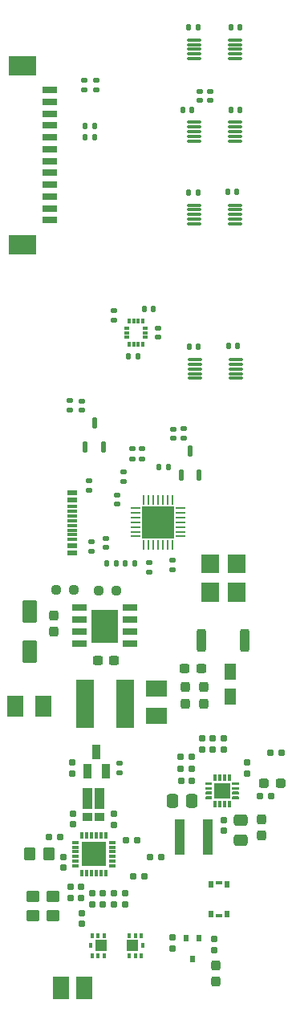
<source format=gtp>
G04 #@! TF.GenerationSoftware,KiCad,Pcbnew,7.0.10*
G04 #@! TF.CreationDate,2024-11-08T18:22:10-05:00*
G04 #@! TF.ProjectId,Sensify Main Board,53656e73-6966-4792-904d-61696e20426f,rev?*
G04 #@! TF.SameCoordinates,Original*
G04 #@! TF.FileFunction,Paste,Top*
G04 #@! TF.FilePolarity,Positive*
%FSLAX46Y46*%
G04 Gerber Fmt 4.6, Leading zero omitted, Abs format (unit mm)*
G04 Created by KiCad (PCBNEW 7.0.10) date 2024-11-08 18:22:10*
%MOMM*%
%LPD*%
G01*
G04 APERTURE LIST*
G04 Aperture macros list*
%AMRoundRect*
0 Rectangle with rounded corners*
0 $1 Rounding radius*
0 $2 $3 $4 $5 $6 $7 $8 $9 X,Y pos of 4 corners*
0 Add a 4 corners polygon primitive as box body*
4,1,4,$2,$3,$4,$5,$6,$7,$8,$9,$2,$3,0*
0 Add four circle primitives for the rounded corners*
1,1,$1+$1,$2,$3*
1,1,$1+$1,$4,$5*
1,1,$1+$1,$6,$7*
1,1,$1+$1,$8,$9*
0 Add four rect primitives between the rounded corners*
20,1,$1+$1,$2,$3,$4,$5,0*
20,1,$1+$1,$4,$5,$6,$7,0*
20,1,$1+$1,$6,$7,$8,$9,0*
20,1,$1+$1,$8,$9,$2,$3,0*%
G04 Aperture macros list end*
%ADD10C,0.010000*%
%ADD11RoundRect,0.135000X-0.185000X0.135000X-0.185000X-0.135000X0.185000X-0.135000X0.185000X0.135000X0*%
%ADD12RoundRect,0.140000X-0.140000X-0.170000X0.140000X-0.170000X0.140000X0.170000X-0.140000X0.170000X0*%
%ADD13RoundRect,0.160000X0.160000X-0.197500X0.160000X0.197500X-0.160000X0.197500X-0.160000X-0.197500X0*%
%ADD14RoundRect,0.155000X0.212500X0.155000X-0.212500X0.155000X-0.212500X-0.155000X0.212500X-0.155000X0*%
%ADD15RoundRect,0.015000X0.760000X0.285000X-0.760000X0.285000X-0.760000X-0.285000X0.760000X-0.285000X0*%
%ADD16RoundRect,0.193750X0.581250X-0.971250X0.581250X0.971250X-0.581250X0.971250X-0.581250X-0.971250X0*%
%ADD17RoundRect,0.140000X-0.170000X0.140000X-0.170000X-0.140000X0.170000X-0.140000X0.170000X0.140000X0*%
%ADD18RoundRect,0.135000X0.185000X-0.135000X0.185000X0.135000X-0.185000X0.135000X-0.185000X-0.135000X0*%
%ADD19R,0.300000X0.800000*%
%ADD20R,0.800000X0.300000*%
%ADD21R,2.600000X2.600000*%
%ADD22RoundRect,0.035000X-0.700000X-0.105000X0.700000X-0.105000X0.700000X0.105000X-0.700000X0.105000X0*%
%ADD23RoundRect,0.140000X0.170000X-0.140000X0.170000X0.140000X-0.170000X0.140000X-0.170000X-0.140000X0*%
%ADD24RoundRect,0.155000X-0.212500X-0.155000X0.212500X-0.155000X0.212500X0.155000X-0.212500X0.155000X0*%
%ADD25RoundRect,0.237500X-0.237500X0.300000X-0.237500X-0.300000X0.237500X-0.300000X0.237500X0.300000X0*%
%ADD26RoundRect,0.135000X-0.135000X-0.185000X0.135000X-0.185000X0.135000X0.185000X-0.135000X0.185000X0*%
%ADD27RoundRect,0.135000X0.135000X0.185000X-0.135000X0.185000X-0.135000X-0.185000X0.135000X-0.185000X0*%
%ADD28RoundRect,0.160000X-0.160000X0.197500X-0.160000X-0.197500X0.160000X-0.197500X0.160000X0.197500X0*%
%ADD29RoundRect,0.160000X-0.197500X-0.160000X0.197500X-0.160000X0.197500X0.160000X-0.197500X0.160000X0*%
%ADD30RoundRect,0.237500X-0.300000X-0.237500X0.300000X-0.237500X0.300000X0.237500X-0.300000X0.237500X0*%
%ADD31RoundRect,0.237500X-0.250000X-0.237500X0.250000X-0.237500X0.250000X0.237500X-0.250000X0.237500X0*%
%ADD32R,0.304800X0.609600*%
%ADD33R,1.193800X1.295400*%
%ADD34RoundRect,0.155000X0.155000X-0.212500X0.155000X0.212500X-0.155000X0.212500X-0.155000X-0.212500X0*%
%ADD35RoundRect,0.250000X-0.337500X-0.475000X0.337500X-0.475000X0.337500X0.475000X-0.337500X0.475000X0*%
%ADD36RoundRect,0.237500X0.300000X0.237500X-0.300000X0.237500X-0.300000X-0.237500X0.300000X-0.237500X0*%
%ADD37RoundRect,0.237500X0.287500X0.237500X-0.287500X0.237500X-0.287500X-0.237500X0.287500X-0.237500X0*%
%ADD38R,1.066800X0.254000*%
%ADD39R,0.254000X1.066800*%
%ADD40R,3.352800X3.352800*%
%ADD41R,1.600000X0.800000*%
%ADD42R,3.000000X2.100000*%
%ADD43RoundRect,0.237500X0.237500X-0.300000X0.237500X0.300000X-0.237500X0.300000X-0.237500X-0.300000X0*%
%ADD44R,1.800000X2.250000*%
%ADD45RoundRect,0.250000X0.350000X0.450000X-0.350000X0.450000X-0.350000X-0.450000X0.350000X-0.450000X0*%
%ADD46RoundRect,0.250000X-0.475000X0.337500X-0.475000X-0.337500X0.475000X-0.337500X0.475000X0.337500X0*%
%ADD47R,0.863600X1.600200*%
%ADD48R,2.250000X1.800000*%
%ADD49R,1.651000X2.489200*%
%ADD50RoundRect,0.160000X0.197500X0.160000X-0.197500X0.160000X-0.197500X-0.160000X0.197500X-0.160000X0*%
%ADD51R,0.990600X2.311400*%
%ADD52R,0.990600X0.812800*%
%ADD53R,0.500000X0.750000*%
%ADD54R,1.900000X5.100000*%
%ADD55R,1.094700X3.708400*%
%ADD56RoundRect,0.245000X0.245000X-0.955000X0.245000X0.955000X-0.245000X0.955000X-0.245000X-0.955000X0*%
%ADD57R,1.230000X1.800000*%
%ADD58RoundRect,0.147500X0.147500X-0.457500X0.147500X0.457500X-0.147500X0.457500X-0.147500X-0.457500X0*%
%ADD59R,0.351536X0.576580*%
%ADD60R,0.576580X0.351536*%
%ADD61R,0.600000X0.650000*%
%ADD62R,0.700000X0.350000*%
%ADD63R,1.140000X0.600000*%
%ADD64R,1.140000X0.300000*%
%ADD65RoundRect,0.250000X0.450000X-0.350000X0.450000X0.350000X-0.450000X0.350000X-0.450000X-0.350000X0*%
%ADD66RoundRect,0.250000X-0.450000X0.350000X-0.450000X-0.350000X0.450000X-0.350000X0.450000X0.350000X0*%
%ADD67RoundRect,0.237500X0.237500X-0.287500X0.237500X0.287500X-0.237500X0.287500X-0.237500X-0.287500X0*%
G04 APERTURE END LIST*
D10*
X140054000Y-128872000D02*
X137344000Y-128872000D01*
X137344000Y-125472000D01*
X140054000Y-125472000D01*
X140054000Y-128872000D01*
G36*
X140054000Y-128872000D02*
G01*
X137344000Y-128872000D01*
X137344000Y-125472000D01*
X140054000Y-125472000D01*
X140054000Y-128872000D01*
G37*
X152714300Y-145157000D02*
X152716300Y-145157000D01*
X152719300Y-145158000D01*
X152721300Y-145158000D01*
X152724300Y-145159000D01*
X152726300Y-145160000D01*
X152729300Y-145161000D01*
X152731300Y-145163000D01*
X152733300Y-145164000D01*
X152735300Y-145166000D01*
X152737300Y-145167000D01*
X152739300Y-145169000D01*
X152741300Y-145171000D01*
X152743300Y-145173000D01*
X152745300Y-145175000D01*
X152746300Y-145177000D01*
X152748300Y-145179000D01*
X152749300Y-145181000D01*
X152751300Y-145183000D01*
X152752300Y-145186000D01*
X152753300Y-145188000D01*
X152754300Y-145191000D01*
X152754300Y-145193000D01*
X152755300Y-145196000D01*
X152755300Y-145198000D01*
X152756300Y-145201000D01*
X152756300Y-145203000D01*
X152756300Y-145206000D01*
X152756300Y-145346000D01*
X152756300Y-145349000D01*
X152756300Y-145351000D01*
X152755300Y-145354000D01*
X152755300Y-145356000D01*
X152754300Y-145359000D01*
X152754300Y-145361000D01*
X152753300Y-145364000D01*
X152752300Y-145366000D01*
X152751300Y-145369000D01*
X152749300Y-145371000D01*
X152748300Y-145373000D01*
X152746300Y-145375000D01*
X152745300Y-145377000D01*
X152743300Y-145379000D01*
X152741300Y-145381000D01*
X152739300Y-145383000D01*
X152737300Y-145385000D01*
X152735300Y-145386000D01*
X152733300Y-145388000D01*
X152731300Y-145389000D01*
X152729300Y-145391000D01*
X152726300Y-145392000D01*
X152724300Y-145393000D01*
X152721300Y-145394000D01*
X152719300Y-145394000D01*
X152716300Y-145395000D01*
X152714300Y-145395000D01*
X152711300Y-145396000D01*
X152709300Y-145396000D01*
X152706300Y-145396000D01*
X152206300Y-145396000D01*
X152203300Y-145396000D01*
X152201300Y-145396000D01*
X152198300Y-145395000D01*
X152196300Y-145395000D01*
X152193300Y-145394000D01*
X152191300Y-145394000D01*
X152188300Y-145393000D01*
X152186300Y-145392000D01*
X152183300Y-145391000D01*
X152181300Y-145389000D01*
X152179300Y-145388000D01*
X152177300Y-145386000D01*
X152175300Y-145385000D01*
X152173300Y-145383000D01*
X152171300Y-145381000D01*
X152169300Y-145379000D01*
X152167300Y-145377000D01*
X152166300Y-145375000D01*
X152164300Y-145373000D01*
X152163300Y-145371000D01*
X152161300Y-145369000D01*
X152160300Y-145366000D01*
X152159300Y-145364000D01*
X152158300Y-145361000D01*
X152158300Y-145359000D01*
X152157300Y-145356000D01*
X152157300Y-145354000D01*
X152156300Y-145351000D01*
X152156300Y-145349000D01*
X152156300Y-145346000D01*
X152156300Y-145206000D01*
X152156300Y-145203000D01*
X152156300Y-145201000D01*
X152157300Y-145198000D01*
X152157300Y-145196000D01*
X152158300Y-145193000D01*
X152158300Y-145191000D01*
X152159300Y-145188000D01*
X152160300Y-145186000D01*
X152161300Y-145183000D01*
X152163300Y-145181000D01*
X152164300Y-145179000D01*
X152166300Y-145177000D01*
X152167300Y-145175000D01*
X152169300Y-145173000D01*
X152171300Y-145171000D01*
X152173300Y-145169000D01*
X152175300Y-145167000D01*
X152177300Y-145166000D01*
X152179300Y-145164000D01*
X152181300Y-145163000D01*
X152183300Y-145161000D01*
X152186300Y-145160000D01*
X152188300Y-145159000D01*
X152191300Y-145158000D01*
X152193300Y-145158000D01*
X152196300Y-145157000D01*
X152198300Y-145157000D01*
X152201300Y-145156000D01*
X152203300Y-145156000D01*
X152206300Y-145156000D01*
X152706300Y-145156000D01*
X152709300Y-145156000D01*
X152711300Y-145156000D01*
X152714300Y-145157000D01*
G36*
X152714300Y-145157000D02*
G01*
X152716300Y-145157000D01*
X152719300Y-145158000D01*
X152721300Y-145158000D01*
X152724300Y-145159000D01*
X152726300Y-145160000D01*
X152729300Y-145161000D01*
X152731300Y-145163000D01*
X152733300Y-145164000D01*
X152735300Y-145166000D01*
X152737300Y-145167000D01*
X152739300Y-145169000D01*
X152741300Y-145171000D01*
X152743300Y-145173000D01*
X152745300Y-145175000D01*
X152746300Y-145177000D01*
X152748300Y-145179000D01*
X152749300Y-145181000D01*
X152751300Y-145183000D01*
X152752300Y-145186000D01*
X152753300Y-145188000D01*
X152754300Y-145191000D01*
X152754300Y-145193000D01*
X152755300Y-145196000D01*
X152755300Y-145198000D01*
X152756300Y-145201000D01*
X152756300Y-145203000D01*
X152756300Y-145206000D01*
X152756300Y-145346000D01*
X152756300Y-145349000D01*
X152756300Y-145351000D01*
X152755300Y-145354000D01*
X152755300Y-145356000D01*
X152754300Y-145359000D01*
X152754300Y-145361000D01*
X152753300Y-145364000D01*
X152752300Y-145366000D01*
X152751300Y-145369000D01*
X152749300Y-145371000D01*
X152748300Y-145373000D01*
X152746300Y-145375000D01*
X152745300Y-145377000D01*
X152743300Y-145379000D01*
X152741300Y-145381000D01*
X152739300Y-145383000D01*
X152737300Y-145385000D01*
X152735300Y-145386000D01*
X152733300Y-145388000D01*
X152731300Y-145389000D01*
X152729300Y-145391000D01*
X152726300Y-145392000D01*
X152724300Y-145393000D01*
X152721300Y-145394000D01*
X152719300Y-145394000D01*
X152716300Y-145395000D01*
X152714300Y-145395000D01*
X152711300Y-145396000D01*
X152709300Y-145396000D01*
X152706300Y-145396000D01*
X152206300Y-145396000D01*
X152203300Y-145396000D01*
X152201300Y-145396000D01*
X152198300Y-145395000D01*
X152196300Y-145395000D01*
X152193300Y-145394000D01*
X152191300Y-145394000D01*
X152188300Y-145393000D01*
X152186300Y-145392000D01*
X152183300Y-145391000D01*
X152181300Y-145389000D01*
X152179300Y-145388000D01*
X152177300Y-145386000D01*
X152175300Y-145385000D01*
X152173300Y-145383000D01*
X152171300Y-145381000D01*
X152169300Y-145379000D01*
X152167300Y-145377000D01*
X152166300Y-145375000D01*
X152164300Y-145373000D01*
X152163300Y-145371000D01*
X152161300Y-145369000D01*
X152160300Y-145366000D01*
X152159300Y-145364000D01*
X152158300Y-145361000D01*
X152158300Y-145359000D01*
X152157300Y-145356000D01*
X152157300Y-145354000D01*
X152156300Y-145351000D01*
X152156300Y-145349000D01*
X152156300Y-145346000D01*
X152156300Y-145206000D01*
X152156300Y-145203000D01*
X152156300Y-145201000D01*
X152157300Y-145198000D01*
X152157300Y-145196000D01*
X152158300Y-145193000D01*
X152158300Y-145191000D01*
X152159300Y-145188000D01*
X152160300Y-145186000D01*
X152161300Y-145183000D01*
X152163300Y-145181000D01*
X152164300Y-145179000D01*
X152166300Y-145177000D01*
X152167300Y-145175000D01*
X152169300Y-145173000D01*
X152171300Y-145171000D01*
X152173300Y-145169000D01*
X152175300Y-145167000D01*
X152177300Y-145166000D01*
X152179300Y-145164000D01*
X152181300Y-145163000D01*
X152183300Y-145161000D01*
X152186300Y-145160000D01*
X152188300Y-145159000D01*
X152191300Y-145158000D01*
X152193300Y-145158000D01*
X152196300Y-145157000D01*
X152198300Y-145157000D01*
X152201300Y-145156000D01*
X152203300Y-145156000D01*
X152206300Y-145156000D01*
X152706300Y-145156000D01*
X152709300Y-145156000D01*
X152711300Y-145156000D01*
X152714300Y-145157000D01*
G37*
X152714300Y-144657000D02*
X152716300Y-144657000D01*
X152719300Y-144658000D01*
X152721300Y-144658000D01*
X152724300Y-144659000D01*
X152726300Y-144660000D01*
X152729300Y-144661000D01*
X152731300Y-144663000D01*
X152733300Y-144664000D01*
X152735300Y-144666000D01*
X152737300Y-144667000D01*
X152739300Y-144669000D01*
X152741300Y-144671000D01*
X152743300Y-144673000D01*
X152745300Y-144675000D01*
X152746300Y-144677000D01*
X152748300Y-144679000D01*
X152749300Y-144681000D01*
X152751300Y-144683000D01*
X152752300Y-144686000D01*
X152753300Y-144688000D01*
X152754300Y-144691000D01*
X152754300Y-144693000D01*
X152755300Y-144696000D01*
X152755300Y-144698000D01*
X152756300Y-144701000D01*
X152756300Y-144703000D01*
X152756300Y-144706000D01*
X152756300Y-144846000D01*
X152756300Y-144849000D01*
X152756300Y-144851000D01*
X152755300Y-144854000D01*
X152755300Y-144856000D01*
X152754300Y-144859000D01*
X152754300Y-144861000D01*
X152753300Y-144864000D01*
X152752300Y-144866000D01*
X152751300Y-144869000D01*
X152749300Y-144871000D01*
X152748300Y-144873000D01*
X152746300Y-144875000D01*
X152745300Y-144877000D01*
X152743300Y-144879000D01*
X152741300Y-144881000D01*
X152739300Y-144883000D01*
X152737300Y-144885000D01*
X152735300Y-144886000D01*
X152733300Y-144888000D01*
X152731300Y-144889000D01*
X152729300Y-144891000D01*
X152726300Y-144892000D01*
X152724300Y-144893000D01*
X152721300Y-144894000D01*
X152719300Y-144894000D01*
X152716300Y-144895000D01*
X152714300Y-144895000D01*
X152711300Y-144896000D01*
X152709300Y-144896000D01*
X152706300Y-144896000D01*
X152206300Y-144896000D01*
X152203300Y-144896000D01*
X152201300Y-144896000D01*
X152198300Y-144895000D01*
X152196300Y-144895000D01*
X152193300Y-144894000D01*
X152191300Y-144894000D01*
X152188300Y-144893000D01*
X152186300Y-144892000D01*
X152183300Y-144891000D01*
X152181300Y-144889000D01*
X152179300Y-144888000D01*
X152177300Y-144886000D01*
X152175300Y-144885000D01*
X152173300Y-144883000D01*
X152171300Y-144881000D01*
X152169300Y-144879000D01*
X152167300Y-144877000D01*
X152166300Y-144875000D01*
X152164300Y-144873000D01*
X152163300Y-144871000D01*
X152161300Y-144869000D01*
X152160300Y-144866000D01*
X152159300Y-144864000D01*
X152158300Y-144861000D01*
X152158300Y-144859000D01*
X152157300Y-144856000D01*
X152157300Y-144854000D01*
X152156300Y-144851000D01*
X152156300Y-144849000D01*
X152156300Y-144846000D01*
X152156300Y-144706000D01*
X152156300Y-144703000D01*
X152156300Y-144701000D01*
X152157300Y-144698000D01*
X152157300Y-144696000D01*
X152158300Y-144693000D01*
X152158300Y-144691000D01*
X152159300Y-144688000D01*
X152160300Y-144686000D01*
X152161300Y-144683000D01*
X152163300Y-144681000D01*
X152164300Y-144679000D01*
X152166300Y-144677000D01*
X152167300Y-144675000D01*
X152169300Y-144673000D01*
X152171300Y-144671000D01*
X152173300Y-144669000D01*
X152175300Y-144667000D01*
X152177300Y-144666000D01*
X152179300Y-144664000D01*
X152181300Y-144663000D01*
X152183300Y-144661000D01*
X152186300Y-144660000D01*
X152188300Y-144659000D01*
X152191300Y-144658000D01*
X152193300Y-144658000D01*
X152196300Y-144657000D01*
X152198300Y-144657000D01*
X152201300Y-144656000D01*
X152203300Y-144656000D01*
X152206300Y-144656000D01*
X152706300Y-144656000D01*
X152709300Y-144656000D01*
X152711300Y-144656000D01*
X152714300Y-144657000D01*
G36*
X152714300Y-144657000D02*
G01*
X152716300Y-144657000D01*
X152719300Y-144658000D01*
X152721300Y-144658000D01*
X152724300Y-144659000D01*
X152726300Y-144660000D01*
X152729300Y-144661000D01*
X152731300Y-144663000D01*
X152733300Y-144664000D01*
X152735300Y-144666000D01*
X152737300Y-144667000D01*
X152739300Y-144669000D01*
X152741300Y-144671000D01*
X152743300Y-144673000D01*
X152745300Y-144675000D01*
X152746300Y-144677000D01*
X152748300Y-144679000D01*
X152749300Y-144681000D01*
X152751300Y-144683000D01*
X152752300Y-144686000D01*
X152753300Y-144688000D01*
X152754300Y-144691000D01*
X152754300Y-144693000D01*
X152755300Y-144696000D01*
X152755300Y-144698000D01*
X152756300Y-144701000D01*
X152756300Y-144703000D01*
X152756300Y-144706000D01*
X152756300Y-144846000D01*
X152756300Y-144849000D01*
X152756300Y-144851000D01*
X152755300Y-144854000D01*
X152755300Y-144856000D01*
X152754300Y-144859000D01*
X152754300Y-144861000D01*
X152753300Y-144864000D01*
X152752300Y-144866000D01*
X152751300Y-144869000D01*
X152749300Y-144871000D01*
X152748300Y-144873000D01*
X152746300Y-144875000D01*
X152745300Y-144877000D01*
X152743300Y-144879000D01*
X152741300Y-144881000D01*
X152739300Y-144883000D01*
X152737300Y-144885000D01*
X152735300Y-144886000D01*
X152733300Y-144888000D01*
X152731300Y-144889000D01*
X152729300Y-144891000D01*
X152726300Y-144892000D01*
X152724300Y-144893000D01*
X152721300Y-144894000D01*
X152719300Y-144894000D01*
X152716300Y-144895000D01*
X152714300Y-144895000D01*
X152711300Y-144896000D01*
X152709300Y-144896000D01*
X152706300Y-144896000D01*
X152206300Y-144896000D01*
X152203300Y-144896000D01*
X152201300Y-144896000D01*
X152198300Y-144895000D01*
X152196300Y-144895000D01*
X152193300Y-144894000D01*
X152191300Y-144894000D01*
X152188300Y-144893000D01*
X152186300Y-144892000D01*
X152183300Y-144891000D01*
X152181300Y-144889000D01*
X152179300Y-144888000D01*
X152177300Y-144886000D01*
X152175300Y-144885000D01*
X152173300Y-144883000D01*
X152171300Y-144881000D01*
X152169300Y-144879000D01*
X152167300Y-144877000D01*
X152166300Y-144875000D01*
X152164300Y-144873000D01*
X152163300Y-144871000D01*
X152161300Y-144869000D01*
X152160300Y-144866000D01*
X152159300Y-144864000D01*
X152158300Y-144861000D01*
X152158300Y-144859000D01*
X152157300Y-144856000D01*
X152157300Y-144854000D01*
X152156300Y-144851000D01*
X152156300Y-144849000D01*
X152156300Y-144846000D01*
X152156300Y-144706000D01*
X152156300Y-144703000D01*
X152156300Y-144701000D01*
X152157300Y-144698000D01*
X152157300Y-144696000D01*
X152158300Y-144693000D01*
X152158300Y-144691000D01*
X152159300Y-144688000D01*
X152160300Y-144686000D01*
X152161300Y-144683000D01*
X152163300Y-144681000D01*
X152164300Y-144679000D01*
X152166300Y-144677000D01*
X152167300Y-144675000D01*
X152169300Y-144673000D01*
X152171300Y-144671000D01*
X152173300Y-144669000D01*
X152175300Y-144667000D01*
X152177300Y-144666000D01*
X152179300Y-144664000D01*
X152181300Y-144663000D01*
X152183300Y-144661000D01*
X152186300Y-144660000D01*
X152188300Y-144659000D01*
X152191300Y-144658000D01*
X152193300Y-144658000D01*
X152196300Y-144657000D01*
X152198300Y-144657000D01*
X152201300Y-144656000D01*
X152203300Y-144656000D01*
X152206300Y-144656000D01*
X152706300Y-144656000D01*
X152709300Y-144656000D01*
X152711300Y-144656000D01*
X152714300Y-144657000D01*
G37*
X152714300Y-144157000D02*
X152716300Y-144157000D01*
X152719300Y-144158000D01*
X152721300Y-144158000D01*
X152724300Y-144159000D01*
X152726300Y-144160000D01*
X152729300Y-144161000D01*
X152731300Y-144163000D01*
X152733300Y-144164000D01*
X152735300Y-144166000D01*
X152737300Y-144167000D01*
X152739300Y-144169000D01*
X152741300Y-144171000D01*
X152743300Y-144173000D01*
X152745300Y-144175000D01*
X152746300Y-144177000D01*
X152748300Y-144179000D01*
X152749300Y-144181000D01*
X152751300Y-144183000D01*
X152752300Y-144186000D01*
X152753300Y-144188000D01*
X152754300Y-144191000D01*
X152754300Y-144193000D01*
X152755300Y-144196000D01*
X152755300Y-144198000D01*
X152756300Y-144201000D01*
X152756300Y-144203000D01*
X152756300Y-144206000D01*
X152756300Y-144346000D01*
X152756300Y-144349000D01*
X152756300Y-144351000D01*
X152755300Y-144354000D01*
X152755300Y-144356000D01*
X152754300Y-144359000D01*
X152754300Y-144361000D01*
X152753300Y-144364000D01*
X152752300Y-144366000D01*
X152751300Y-144369000D01*
X152749300Y-144371000D01*
X152748300Y-144373000D01*
X152746300Y-144375000D01*
X152745300Y-144377000D01*
X152743300Y-144379000D01*
X152741300Y-144381000D01*
X152739300Y-144383000D01*
X152737300Y-144385000D01*
X152735300Y-144386000D01*
X152733300Y-144388000D01*
X152731300Y-144389000D01*
X152729300Y-144391000D01*
X152726300Y-144392000D01*
X152724300Y-144393000D01*
X152721300Y-144394000D01*
X152719300Y-144394000D01*
X152716300Y-144395000D01*
X152714300Y-144395000D01*
X152711300Y-144396000D01*
X152709300Y-144396000D01*
X152706300Y-144396000D01*
X152206300Y-144396000D01*
X152203300Y-144396000D01*
X152201300Y-144396000D01*
X152198300Y-144395000D01*
X152196300Y-144395000D01*
X152193300Y-144394000D01*
X152191300Y-144394000D01*
X152188300Y-144393000D01*
X152186300Y-144392000D01*
X152183300Y-144391000D01*
X152181300Y-144389000D01*
X152179300Y-144388000D01*
X152177300Y-144386000D01*
X152175300Y-144385000D01*
X152173300Y-144383000D01*
X152171300Y-144381000D01*
X152169300Y-144379000D01*
X152167300Y-144377000D01*
X152166300Y-144375000D01*
X152164300Y-144373000D01*
X152163300Y-144371000D01*
X152161300Y-144369000D01*
X152160300Y-144366000D01*
X152159300Y-144364000D01*
X152158300Y-144361000D01*
X152158300Y-144359000D01*
X152157300Y-144356000D01*
X152157300Y-144354000D01*
X152156300Y-144351000D01*
X152156300Y-144349000D01*
X152156300Y-144346000D01*
X152156300Y-144206000D01*
X152156300Y-144203000D01*
X152156300Y-144201000D01*
X152157300Y-144198000D01*
X152157300Y-144196000D01*
X152158300Y-144193000D01*
X152158300Y-144191000D01*
X152159300Y-144188000D01*
X152160300Y-144186000D01*
X152161300Y-144183000D01*
X152163300Y-144181000D01*
X152164300Y-144179000D01*
X152166300Y-144177000D01*
X152167300Y-144175000D01*
X152169300Y-144173000D01*
X152171300Y-144171000D01*
X152173300Y-144169000D01*
X152175300Y-144167000D01*
X152177300Y-144166000D01*
X152179300Y-144164000D01*
X152181300Y-144163000D01*
X152183300Y-144161000D01*
X152186300Y-144160000D01*
X152188300Y-144159000D01*
X152191300Y-144158000D01*
X152193300Y-144158000D01*
X152196300Y-144157000D01*
X152198300Y-144157000D01*
X152201300Y-144156000D01*
X152203300Y-144156000D01*
X152206300Y-144156000D01*
X152706300Y-144156000D01*
X152709300Y-144156000D01*
X152711300Y-144156000D01*
X152714300Y-144157000D01*
G36*
X152714300Y-144157000D02*
G01*
X152716300Y-144157000D01*
X152719300Y-144158000D01*
X152721300Y-144158000D01*
X152724300Y-144159000D01*
X152726300Y-144160000D01*
X152729300Y-144161000D01*
X152731300Y-144163000D01*
X152733300Y-144164000D01*
X152735300Y-144166000D01*
X152737300Y-144167000D01*
X152739300Y-144169000D01*
X152741300Y-144171000D01*
X152743300Y-144173000D01*
X152745300Y-144175000D01*
X152746300Y-144177000D01*
X152748300Y-144179000D01*
X152749300Y-144181000D01*
X152751300Y-144183000D01*
X152752300Y-144186000D01*
X152753300Y-144188000D01*
X152754300Y-144191000D01*
X152754300Y-144193000D01*
X152755300Y-144196000D01*
X152755300Y-144198000D01*
X152756300Y-144201000D01*
X152756300Y-144203000D01*
X152756300Y-144206000D01*
X152756300Y-144346000D01*
X152756300Y-144349000D01*
X152756300Y-144351000D01*
X152755300Y-144354000D01*
X152755300Y-144356000D01*
X152754300Y-144359000D01*
X152754300Y-144361000D01*
X152753300Y-144364000D01*
X152752300Y-144366000D01*
X152751300Y-144369000D01*
X152749300Y-144371000D01*
X152748300Y-144373000D01*
X152746300Y-144375000D01*
X152745300Y-144377000D01*
X152743300Y-144379000D01*
X152741300Y-144381000D01*
X152739300Y-144383000D01*
X152737300Y-144385000D01*
X152735300Y-144386000D01*
X152733300Y-144388000D01*
X152731300Y-144389000D01*
X152729300Y-144391000D01*
X152726300Y-144392000D01*
X152724300Y-144393000D01*
X152721300Y-144394000D01*
X152719300Y-144394000D01*
X152716300Y-144395000D01*
X152714300Y-144395000D01*
X152711300Y-144396000D01*
X152709300Y-144396000D01*
X152706300Y-144396000D01*
X152206300Y-144396000D01*
X152203300Y-144396000D01*
X152201300Y-144396000D01*
X152198300Y-144395000D01*
X152196300Y-144395000D01*
X152193300Y-144394000D01*
X152191300Y-144394000D01*
X152188300Y-144393000D01*
X152186300Y-144392000D01*
X152183300Y-144391000D01*
X152181300Y-144389000D01*
X152179300Y-144388000D01*
X152177300Y-144386000D01*
X152175300Y-144385000D01*
X152173300Y-144383000D01*
X152171300Y-144381000D01*
X152169300Y-144379000D01*
X152167300Y-144377000D01*
X152166300Y-144375000D01*
X152164300Y-144373000D01*
X152163300Y-144371000D01*
X152161300Y-144369000D01*
X152160300Y-144366000D01*
X152159300Y-144364000D01*
X152158300Y-144361000D01*
X152158300Y-144359000D01*
X152157300Y-144356000D01*
X152157300Y-144354000D01*
X152156300Y-144351000D01*
X152156300Y-144349000D01*
X152156300Y-144346000D01*
X152156300Y-144206000D01*
X152156300Y-144203000D01*
X152156300Y-144201000D01*
X152157300Y-144198000D01*
X152157300Y-144196000D01*
X152158300Y-144193000D01*
X152158300Y-144191000D01*
X152159300Y-144188000D01*
X152160300Y-144186000D01*
X152161300Y-144183000D01*
X152163300Y-144181000D01*
X152164300Y-144179000D01*
X152166300Y-144177000D01*
X152167300Y-144175000D01*
X152169300Y-144173000D01*
X152171300Y-144171000D01*
X152173300Y-144169000D01*
X152175300Y-144167000D01*
X152177300Y-144166000D01*
X152179300Y-144164000D01*
X152181300Y-144163000D01*
X152183300Y-144161000D01*
X152186300Y-144160000D01*
X152188300Y-144159000D01*
X152191300Y-144158000D01*
X152193300Y-144158000D01*
X152196300Y-144157000D01*
X152198300Y-144157000D01*
X152201300Y-144156000D01*
X152203300Y-144156000D01*
X152206300Y-144156000D01*
X152706300Y-144156000D01*
X152709300Y-144156000D01*
X152711300Y-144156000D01*
X152714300Y-144157000D01*
G37*
X152714300Y-143657000D02*
X152716300Y-143657000D01*
X152719300Y-143658000D01*
X152721300Y-143658000D01*
X152724300Y-143659000D01*
X152726300Y-143660000D01*
X152729300Y-143661000D01*
X152731300Y-143663000D01*
X152733300Y-143664000D01*
X152735300Y-143666000D01*
X152737300Y-143667000D01*
X152739300Y-143669000D01*
X152741300Y-143671000D01*
X152743300Y-143673000D01*
X152745300Y-143675000D01*
X152746300Y-143677000D01*
X152748300Y-143679000D01*
X152749300Y-143681000D01*
X152751300Y-143683000D01*
X152752300Y-143686000D01*
X152753300Y-143688000D01*
X152754300Y-143691000D01*
X152754300Y-143693000D01*
X152755300Y-143696000D01*
X152755300Y-143698000D01*
X152756300Y-143701000D01*
X152756300Y-143703000D01*
X152756300Y-143706000D01*
X152756300Y-143846000D01*
X152756300Y-143849000D01*
X152756300Y-143851000D01*
X152755300Y-143854000D01*
X152755300Y-143856000D01*
X152754300Y-143859000D01*
X152754300Y-143861000D01*
X152753300Y-143864000D01*
X152752300Y-143866000D01*
X152751300Y-143869000D01*
X152749300Y-143871000D01*
X152748300Y-143873000D01*
X152746300Y-143875000D01*
X152745300Y-143877000D01*
X152743300Y-143879000D01*
X152741300Y-143881000D01*
X152739300Y-143883000D01*
X152737300Y-143885000D01*
X152735300Y-143886000D01*
X152733300Y-143888000D01*
X152731300Y-143889000D01*
X152729300Y-143891000D01*
X152726300Y-143892000D01*
X152724300Y-143893000D01*
X152721300Y-143894000D01*
X152719300Y-143894000D01*
X152716300Y-143895000D01*
X152714300Y-143895000D01*
X152711300Y-143896000D01*
X152709300Y-143896000D01*
X152706300Y-143896000D01*
X152206300Y-143896000D01*
X152203300Y-143896000D01*
X152201300Y-143896000D01*
X152198300Y-143895000D01*
X152196300Y-143895000D01*
X152193300Y-143894000D01*
X152191300Y-143894000D01*
X152188300Y-143893000D01*
X152186300Y-143892000D01*
X152183300Y-143891000D01*
X152181300Y-143889000D01*
X152179300Y-143888000D01*
X152177300Y-143886000D01*
X152175300Y-143885000D01*
X152173300Y-143883000D01*
X152171300Y-143881000D01*
X152169300Y-143879000D01*
X152167300Y-143877000D01*
X152166300Y-143875000D01*
X152164300Y-143873000D01*
X152163300Y-143871000D01*
X152161300Y-143869000D01*
X152160300Y-143866000D01*
X152159300Y-143864000D01*
X152158300Y-143861000D01*
X152158300Y-143859000D01*
X152157300Y-143856000D01*
X152157300Y-143854000D01*
X152156300Y-143851000D01*
X152156300Y-143849000D01*
X152156300Y-143846000D01*
X152156300Y-143706000D01*
X152156300Y-143703000D01*
X152156300Y-143701000D01*
X152157300Y-143698000D01*
X152157300Y-143696000D01*
X152158300Y-143693000D01*
X152158300Y-143691000D01*
X152159300Y-143688000D01*
X152160300Y-143686000D01*
X152161300Y-143683000D01*
X152163300Y-143681000D01*
X152164300Y-143679000D01*
X152166300Y-143677000D01*
X152167300Y-143675000D01*
X152169300Y-143673000D01*
X152171300Y-143671000D01*
X152173300Y-143669000D01*
X152175300Y-143667000D01*
X152177300Y-143666000D01*
X152179300Y-143664000D01*
X152181300Y-143663000D01*
X152183300Y-143661000D01*
X152186300Y-143660000D01*
X152188300Y-143659000D01*
X152191300Y-143658000D01*
X152193300Y-143658000D01*
X152196300Y-143657000D01*
X152198300Y-143657000D01*
X152201300Y-143656000D01*
X152203300Y-143656000D01*
X152206300Y-143656000D01*
X152706300Y-143656000D01*
X152709300Y-143656000D01*
X152711300Y-143656000D01*
X152714300Y-143657000D01*
G36*
X152714300Y-143657000D02*
G01*
X152716300Y-143657000D01*
X152719300Y-143658000D01*
X152721300Y-143658000D01*
X152724300Y-143659000D01*
X152726300Y-143660000D01*
X152729300Y-143661000D01*
X152731300Y-143663000D01*
X152733300Y-143664000D01*
X152735300Y-143666000D01*
X152737300Y-143667000D01*
X152739300Y-143669000D01*
X152741300Y-143671000D01*
X152743300Y-143673000D01*
X152745300Y-143675000D01*
X152746300Y-143677000D01*
X152748300Y-143679000D01*
X152749300Y-143681000D01*
X152751300Y-143683000D01*
X152752300Y-143686000D01*
X152753300Y-143688000D01*
X152754300Y-143691000D01*
X152754300Y-143693000D01*
X152755300Y-143696000D01*
X152755300Y-143698000D01*
X152756300Y-143701000D01*
X152756300Y-143703000D01*
X152756300Y-143706000D01*
X152756300Y-143846000D01*
X152756300Y-143849000D01*
X152756300Y-143851000D01*
X152755300Y-143854000D01*
X152755300Y-143856000D01*
X152754300Y-143859000D01*
X152754300Y-143861000D01*
X152753300Y-143864000D01*
X152752300Y-143866000D01*
X152751300Y-143869000D01*
X152749300Y-143871000D01*
X152748300Y-143873000D01*
X152746300Y-143875000D01*
X152745300Y-143877000D01*
X152743300Y-143879000D01*
X152741300Y-143881000D01*
X152739300Y-143883000D01*
X152737300Y-143885000D01*
X152735300Y-143886000D01*
X152733300Y-143888000D01*
X152731300Y-143889000D01*
X152729300Y-143891000D01*
X152726300Y-143892000D01*
X152724300Y-143893000D01*
X152721300Y-143894000D01*
X152719300Y-143894000D01*
X152716300Y-143895000D01*
X152714300Y-143895000D01*
X152711300Y-143896000D01*
X152709300Y-143896000D01*
X152706300Y-143896000D01*
X152206300Y-143896000D01*
X152203300Y-143896000D01*
X152201300Y-143896000D01*
X152198300Y-143895000D01*
X152196300Y-143895000D01*
X152193300Y-143894000D01*
X152191300Y-143894000D01*
X152188300Y-143893000D01*
X152186300Y-143892000D01*
X152183300Y-143891000D01*
X152181300Y-143889000D01*
X152179300Y-143888000D01*
X152177300Y-143886000D01*
X152175300Y-143885000D01*
X152173300Y-143883000D01*
X152171300Y-143881000D01*
X152169300Y-143879000D01*
X152167300Y-143877000D01*
X152166300Y-143875000D01*
X152164300Y-143873000D01*
X152163300Y-143871000D01*
X152161300Y-143869000D01*
X152160300Y-143866000D01*
X152159300Y-143864000D01*
X152158300Y-143861000D01*
X152158300Y-143859000D01*
X152157300Y-143856000D01*
X152157300Y-143854000D01*
X152156300Y-143851000D01*
X152156300Y-143849000D01*
X152156300Y-143846000D01*
X152156300Y-143706000D01*
X152156300Y-143703000D01*
X152156300Y-143701000D01*
X152157300Y-143698000D01*
X152157300Y-143696000D01*
X152158300Y-143693000D01*
X152158300Y-143691000D01*
X152159300Y-143688000D01*
X152160300Y-143686000D01*
X152161300Y-143683000D01*
X152163300Y-143681000D01*
X152164300Y-143679000D01*
X152166300Y-143677000D01*
X152167300Y-143675000D01*
X152169300Y-143673000D01*
X152171300Y-143671000D01*
X152173300Y-143669000D01*
X152175300Y-143667000D01*
X152177300Y-143666000D01*
X152179300Y-143664000D01*
X152181300Y-143663000D01*
X152183300Y-143661000D01*
X152186300Y-143660000D01*
X152188300Y-143659000D01*
X152191300Y-143658000D01*
X152193300Y-143658000D01*
X152196300Y-143657000D01*
X152198300Y-143657000D01*
X152201300Y-143656000D01*
X152203300Y-143656000D01*
X152206300Y-143656000D01*
X152706300Y-143656000D01*
X152709300Y-143656000D01*
X152711300Y-143656000D01*
X152714300Y-143657000D01*
G37*
X151884300Y-145627000D02*
X151886300Y-145627000D01*
X151889300Y-145628000D01*
X151891300Y-145628000D01*
X151894300Y-145629000D01*
X151896300Y-145630000D01*
X151899300Y-145631000D01*
X151901300Y-145633000D01*
X151903300Y-145634000D01*
X151905300Y-145636000D01*
X151907300Y-145637000D01*
X151909300Y-145639000D01*
X151911300Y-145641000D01*
X151913300Y-145643000D01*
X151915300Y-145645000D01*
X151916300Y-145647000D01*
X151918300Y-145649000D01*
X151919300Y-145651000D01*
X151921300Y-145653000D01*
X151922300Y-145656000D01*
X151923300Y-145658000D01*
X151924300Y-145661000D01*
X151924300Y-145663000D01*
X151925300Y-145666000D01*
X151925300Y-145668000D01*
X151926300Y-145671000D01*
X151926300Y-145673000D01*
X151926300Y-145676000D01*
X151926300Y-146176000D01*
X151926300Y-146179000D01*
X151926300Y-146181000D01*
X151925300Y-146184000D01*
X151925300Y-146186000D01*
X151924300Y-146189000D01*
X151924300Y-146191000D01*
X151923300Y-146194000D01*
X151922300Y-146196000D01*
X151921300Y-146199000D01*
X151919300Y-146201000D01*
X151918300Y-146203000D01*
X151916300Y-146205000D01*
X151915300Y-146207000D01*
X151913300Y-146209000D01*
X151911300Y-146211000D01*
X151909300Y-146213000D01*
X151907300Y-146215000D01*
X151905300Y-146216000D01*
X151903300Y-146218000D01*
X151901300Y-146219000D01*
X151899300Y-146221000D01*
X151896300Y-146222000D01*
X151894300Y-146223000D01*
X151891300Y-146224000D01*
X151889300Y-146224000D01*
X151886300Y-146225000D01*
X151884300Y-146225000D01*
X151881300Y-146226000D01*
X151879300Y-146226000D01*
X151876300Y-146226000D01*
X151736300Y-146226000D01*
X151733300Y-146226000D01*
X151731300Y-146226000D01*
X151728300Y-146225000D01*
X151726300Y-146225000D01*
X151723300Y-146224000D01*
X151721300Y-146224000D01*
X151718300Y-146223000D01*
X151716300Y-146222000D01*
X151713300Y-146221000D01*
X151711300Y-146219000D01*
X151709300Y-146218000D01*
X151707300Y-146216000D01*
X151705300Y-146215000D01*
X151703300Y-146213000D01*
X151701300Y-146211000D01*
X151699300Y-146209000D01*
X151697300Y-146207000D01*
X151696300Y-146205000D01*
X151694300Y-146203000D01*
X151693300Y-146201000D01*
X151691300Y-146199000D01*
X151690300Y-146196000D01*
X151689300Y-146194000D01*
X151688300Y-146191000D01*
X151688300Y-146189000D01*
X151687300Y-146186000D01*
X151687300Y-146184000D01*
X151686300Y-146181000D01*
X151686300Y-146179000D01*
X151686300Y-146176000D01*
X151686300Y-145676000D01*
X151686300Y-145673000D01*
X151686300Y-145671000D01*
X151687300Y-145668000D01*
X151687300Y-145666000D01*
X151688300Y-145663000D01*
X151688300Y-145661000D01*
X151689300Y-145658000D01*
X151690300Y-145656000D01*
X151691300Y-145653000D01*
X151693300Y-145651000D01*
X151694300Y-145649000D01*
X151696300Y-145647000D01*
X151697300Y-145645000D01*
X151699300Y-145643000D01*
X151701300Y-145641000D01*
X151703300Y-145639000D01*
X151705300Y-145637000D01*
X151707300Y-145636000D01*
X151709300Y-145634000D01*
X151711300Y-145633000D01*
X151713300Y-145631000D01*
X151716300Y-145630000D01*
X151718300Y-145629000D01*
X151721300Y-145628000D01*
X151723300Y-145628000D01*
X151726300Y-145627000D01*
X151728300Y-145627000D01*
X151731300Y-145626000D01*
X151733300Y-145626000D01*
X151736300Y-145626000D01*
X151876300Y-145626000D01*
X151879300Y-145626000D01*
X151881300Y-145626000D01*
X151884300Y-145627000D01*
G36*
X151884300Y-145627000D02*
G01*
X151886300Y-145627000D01*
X151889300Y-145628000D01*
X151891300Y-145628000D01*
X151894300Y-145629000D01*
X151896300Y-145630000D01*
X151899300Y-145631000D01*
X151901300Y-145633000D01*
X151903300Y-145634000D01*
X151905300Y-145636000D01*
X151907300Y-145637000D01*
X151909300Y-145639000D01*
X151911300Y-145641000D01*
X151913300Y-145643000D01*
X151915300Y-145645000D01*
X151916300Y-145647000D01*
X151918300Y-145649000D01*
X151919300Y-145651000D01*
X151921300Y-145653000D01*
X151922300Y-145656000D01*
X151923300Y-145658000D01*
X151924300Y-145661000D01*
X151924300Y-145663000D01*
X151925300Y-145666000D01*
X151925300Y-145668000D01*
X151926300Y-145671000D01*
X151926300Y-145673000D01*
X151926300Y-145676000D01*
X151926300Y-146176000D01*
X151926300Y-146179000D01*
X151926300Y-146181000D01*
X151925300Y-146184000D01*
X151925300Y-146186000D01*
X151924300Y-146189000D01*
X151924300Y-146191000D01*
X151923300Y-146194000D01*
X151922300Y-146196000D01*
X151921300Y-146199000D01*
X151919300Y-146201000D01*
X151918300Y-146203000D01*
X151916300Y-146205000D01*
X151915300Y-146207000D01*
X151913300Y-146209000D01*
X151911300Y-146211000D01*
X151909300Y-146213000D01*
X151907300Y-146215000D01*
X151905300Y-146216000D01*
X151903300Y-146218000D01*
X151901300Y-146219000D01*
X151899300Y-146221000D01*
X151896300Y-146222000D01*
X151894300Y-146223000D01*
X151891300Y-146224000D01*
X151889300Y-146224000D01*
X151886300Y-146225000D01*
X151884300Y-146225000D01*
X151881300Y-146226000D01*
X151879300Y-146226000D01*
X151876300Y-146226000D01*
X151736300Y-146226000D01*
X151733300Y-146226000D01*
X151731300Y-146226000D01*
X151728300Y-146225000D01*
X151726300Y-146225000D01*
X151723300Y-146224000D01*
X151721300Y-146224000D01*
X151718300Y-146223000D01*
X151716300Y-146222000D01*
X151713300Y-146221000D01*
X151711300Y-146219000D01*
X151709300Y-146218000D01*
X151707300Y-146216000D01*
X151705300Y-146215000D01*
X151703300Y-146213000D01*
X151701300Y-146211000D01*
X151699300Y-146209000D01*
X151697300Y-146207000D01*
X151696300Y-146205000D01*
X151694300Y-146203000D01*
X151693300Y-146201000D01*
X151691300Y-146199000D01*
X151690300Y-146196000D01*
X151689300Y-146194000D01*
X151688300Y-146191000D01*
X151688300Y-146189000D01*
X151687300Y-146186000D01*
X151687300Y-146184000D01*
X151686300Y-146181000D01*
X151686300Y-146179000D01*
X151686300Y-146176000D01*
X151686300Y-145676000D01*
X151686300Y-145673000D01*
X151686300Y-145671000D01*
X151687300Y-145668000D01*
X151687300Y-145666000D01*
X151688300Y-145663000D01*
X151688300Y-145661000D01*
X151689300Y-145658000D01*
X151690300Y-145656000D01*
X151691300Y-145653000D01*
X151693300Y-145651000D01*
X151694300Y-145649000D01*
X151696300Y-145647000D01*
X151697300Y-145645000D01*
X151699300Y-145643000D01*
X151701300Y-145641000D01*
X151703300Y-145639000D01*
X151705300Y-145637000D01*
X151707300Y-145636000D01*
X151709300Y-145634000D01*
X151711300Y-145633000D01*
X151713300Y-145631000D01*
X151716300Y-145630000D01*
X151718300Y-145629000D01*
X151721300Y-145628000D01*
X151723300Y-145628000D01*
X151726300Y-145627000D01*
X151728300Y-145627000D01*
X151731300Y-145626000D01*
X151733300Y-145626000D01*
X151736300Y-145626000D01*
X151876300Y-145626000D01*
X151879300Y-145626000D01*
X151881300Y-145626000D01*
X151884300Y-145627000D01*
G37*
X151884300Y-142827000D02*
X151886300Y-142827000D01*
X151889300Y-142828000D01*
X151891300Y-142828000D01*
X151894300Y-142829000D01*
X151896300Y-142830000D01*
X151899300Y-142831000D01*
X151901300Y-142833000D01*
X151903300Y-142834000D01*
X151905300Y-142836000D01*
X151907300Y-142837000D01*
X151909300Y-142839000D01*
X151911300Y-142841000D01*
X151913300Y-142843000D01*
X151915300Y-142845000D01*
X151916300Y-142847000D01*
X151918300Y-142849000D01*
X151919300Y-142851000D01*
X151921300Y-142853000D01*
X151922300Y-142856000D01*
X151923300Y-142858000D01*
X151924300Y-142861000D01*
X151924300Y-142863000D01*
X151925300Y-142866000D01*
X151925300Y-142868000D01*
X151926300Y-142871000D01*
X151926300Y-142873000D01*
X151926300Y-142876000D01*
X151926300Y-143376000D01*
X151926300Y-143379000D01*
X151926300Y-143381000D01*
X151925300Y-143384000D01*
X151925300Y-143386000D01*
X151924300Y-143389000D01*
X151924300Y-143391000D01*
X151923300Y-143394000D01*
X151922300Y-143396000D01*
X151921300Y-143399000D01*
X151919300Y-143401000D01*
X151918300Y-143403000D01*
X151916300Y-143405000D01*
X151915300Y-143407000D01*
X151913300Y-143409000D01*
X151911300Y-143411000D01*
X151909300Y-143413000D01*
X151907300Y-143415000D01*
X151905300Y-143416000D01*
X151903300Y-143418000D01*
X151901300Y-143419000D01*
X151899300Y-143421000D01*
X151896300Y-143422000D01*
X151894300Y-143423000D01*
X151891300Y-143424000D01*
X151889300Y-143424000D01*
X151886300Y-143425000D01*
X151884300Y-143425000D01*
X151881300Y-143426000D01*
X151879300Y-143426000D01*
X151876300Y-143426000D01*
X151736300Y-143426000D01*
X151733300Y-143426000D01*
X151731300Y-143426000D01*
X151728300Y-143425000D01*
X151726300Y-143425000D01*
X151723300Y-143424000D01*
X151721300Y-143424000D01*
X151718300Y-143423000D01*
X151716300Y-143422000D01*
X151713300Y-143421000D01*
X151711300Y-143419000D01*
X151709300Y-143418000D01*
X151707300Y-143416000D01*
X151705300Y-143415000D01*
X151703300Y-143413000D01*
X151701300Y-143411000D01*
X151699300Y-143409000D01*
X151697300Y-143407000D01*
X151696300Y-143405000D01*
X151694300Y-143403000D01*
X151693300Y-143401000D01*
X151691300Y-143399000D01*
X151690300Y-143396000D01*
X151689300Y-143394000D01*
X151688300Y-143391000D01*
X151688300Y-143389000D01*
X151687300Y-143386000D01*
X151687300Y-143384000D01*
X151686300Y-143381000D01*
X151686300Y-143379000D01*
X151686300Y-143376000D01*
X151686300Y-142876000D01*
X151686300Y-142873000D01*
X151686300Y-142871000D01*
X151687300Y-142868000D01*
X151687300Y-142866000D01*
X151688300Y-142863000D01*
X151688300Y-142861000D01*
X151689300Y-142858000D01*
X151690300Y-142856000D01*
X151691300Y-142853000D01*
X151693300Y-142851000D01*
X151694300Y-142849000D01*
X151696300Y-142847000D01*
X151697300Y-142845000D01*
X151699300Y-142843000D01*
X151701300Y-142841000D01*
X151703300Y-142839000D01*
X151705300Y-142837000D01*
X151707300Y-142836000D01*
X151709300Y-142834000D01*
X151711300Y-142833000D01*
X151713300Y-142831000D01*
X151716300Y-142830000D01*
X151718300Y-142829000D01*
X151721300Y-142828000D01*
X151723300Y-142828000D01*
X151726300Y-142827000D01*
X151728300Y-142827000D01*
X151731300Y-142826000D01*
X151733300Y-142826000D01*
X151736300Y-142826000D01*
X151876300Y-142826000D01*
X151879300Y-142826000D01*
X151881300Y-142826000D01*
X151884300Y-142827000D01*
G36*
X151884300Y-142827000D02*
G01*
X151886300Y-142827000D01*
X151889300Y-142828000D01*
X151891300Y-142828000D01*
X151894300Y-142829000D01*
X151896300Y-142830000D01*
X151899300Y-142831000D01*
X151901300Y-142833000D01*
X151903300Y-142834000D01*
X151905300Y-142836000D01*
X151907300Y-142837000D01*
X151909300Y-142839000D01*
X151911300Y-142841000D01*
X151913300Y-142843000D01*
X151915300Y-142845000D01*
X151916300Y-142847000D01*
X151918300Y-142849000D01*
X151919300Y-142851000D01*
X151921300Y-142853000D01*
X151922300Y-142856000D01*
X151923300Y-142858000D01*
X151924300Y-142861000D01*
X151924300Y-142863000D01*
X151925300Y-142866000D01*
X151925300Y-142868000D01*
X151926300Y-142871000D01*
X151926300Y-142873000D01*
X151926300Y-142876000D01*
X151926300Y-143376000D01*
X151926300Y-143379000D01*
X151926300Y-143381000D01*
X151925300Y-143384000D01*
X151925300Y-143386000D01*
X151924300Y-143389000D01*
X151924300Y-143391000D01*
X151923300Y-143394000D01*
X151922300Y-143396000D01*
X151921300Y-143399000D01*
X151919300Y-143401000D01*
X151918300Y-143403000D01*
X151916300Y-143405000D01*
X151915300Y-143407000D01*
X151913300Y-143409000D01*
X151911300Y-143411000D01*
X151909300Y-143413000D01*
X151907300Y-143415000D01*
X151905300Y-143416000D01*
X151903300Y-143418000D01*
X151901300Y-143419000D01*
X151899300Y-143421000D01*
X151896300Y-143422000D01*
X151894300Y-143423000D01*
X151891300Y-143424000D01*
X151889300Y-143424000D01*
X151886300Y-143425000D01*
X151884300Y-143425000D01*
X151881300Y-143426000D01*
X151879300Y-143426000D01*
X151876300Y-143426000D01*
X151736300Y-143426000D01*
X151733300Y-143426000D01*
X151731300Y-143426000D01*
X151728300Y-143425000D01*
X151726300Y-143425000D01*
X151723300Y-143424000D01*
X151721300Y-143424000D01*
X151718300Y-143423000D01*
X151716300Y-143422000D01*
X151713300Y-143421000D01*
X151711300Y-143419000D01*
X151709300Y-143418000D01*
X151707300Y-143416000D01*
X151705300Y-143415000D01*
X151703300Y-143413000D01*
X151701300Y-143411000D01*
X151699300Y-143409000D01*
X151697300Y-143407000D01*
X151696300Y-143405000D01*
X151694300Y-143403000D01*
X151693300Y-143401000D01*
X151691300Y-143399000D01*
X151690300Y-143396000D01*
X151689300Y-143394000D01*
X151688300Y-143391000D01*
X151688300Y-143389000D01*
X151687300Y-143386000D01*
X151687300Y-143384000D01*
X151686300Y-143381000D01*
X151686300Y-143379000D01*
X151686300Y-143376000D01*
X151686300Y-142876000D01*
X151686300Y-142873000D01*
X151686300Y-142871000D01*
X151687300Y-142868000D01*
X151687300Y-142866000D01*
X151688300Y-142863000D01*
X151688300Y-142861000D01*
X151689300Y-142858000D01*
X151690300Y-142856000D01*
X151691300Y-142853000D01*
X151693300Y-142851000D01*
X151694300Y-142849000D01*
X151696300Y-142847000D01*
X151697300Y-142845000D01*
X151699300Y-142843000D01*
X151701300Y-142841000D01*
X151703300Y-142839000D01*
X151705300Y-142837000D01*
X151707300Y-142836000D01*
X151709300Y-142834000D01*
X151711300Y-142833000D01*
X151713300Y-142831000D01*
X151716300Y-142830000D01*
X151718300Y-142829000D01*
X151721300Y-142828000D01*
X151723300Y-142828000D01*
X151726300Y-142827000D01*
X151728300Y-142827000D01*
X151731300Y-142826000D01*
X151733300Y-142826000D01*
X151736300Y-142826000D01*
X151876300Y-142826000D01*
X151879300Y-142826000D01*
X151881300Y-142826000D01*
X151884300Y-142827000D01*
G37*
X151789300Y-143752000D02*
X151791300Y-143752000D01*
X151794300Y-143753000D01*
X151796300Y-143753000D01*
X151799300Y-143754000D01*
X151801300Y-143755000D01*
X151804300Y-143756000D01*
X151806300Y-143758000D01*
X151808300Y-143759000D01*
X151810300Y-143761000D01*
X151812300Y-143762000D01*
X151814300Y-143764000D01*
X151816300Y-143766000D01*
X151818300Y-143768000D01*
X151820300Y-143770000D01*
X151821300Y-143772000D01*
X151823300Y-143774000D01*
X151824300Y-143776000D01*
X151826300Y-143778000D01*
X151827300Y-143781000D01*
X151828300Y-143783000D01*
X151829300Y-143786000D01*
X151829300Y-143788000D01*
X151830300Y-143791000D01*
X151830300Y-143793000D01*
X151831300Y-143796000D01*
X151831300Y-143798000D01*
X151831300Y-143801000D01*
X151831300Y-145251000D01*
X151831300Y-145254000D01*
X151831300Y-145256000D01*
X151830300Y-145259000D01*
X151830300Y-145261000D01*
X151829300Y-145264000D01*
X151829300Y-145266000D01*
X151828300Y-145269000D01*
X151827300Y-145271000D01*
X151826300Y-145274000D01*
X151824300Y-145276000D01*
X151823300Y-145278000D01*
X151821300Y-145280000D01*
X151820300Y-145282000D01*
X151818300Y-145284000D01*
X151816300Y-145286000D01*
X151814300Y-145288000D01*
X151812300Y-145290000D01*
X151810300Y-145291000D01*
X151808300Y-145293000D01*
X151806300Y-145294000D01*
X151804300Y-145296000D01*
X151801300Y-145297000D01*
X151799300Y-145298000D01*
X151796300Y-145299000D01*
X151794300Y-145299000D01*
X151791300Y-145300000D01*
X151789300Y-145300000D01*
X151786300Y-145301000D01*
X151784300Y-145301000D01*
X151781300Y-145301000D01*
X150331300Y-145301000D01*
X150328300Y-145301000D01*
X150326300Y-145301000D01*
X150323300Y-145300000D01*
X150321300Y-145300000D01*
X150318300Y-145299000D01*
X150316300Y-145299000D01*
X150313300Y-145298000D01*
X150311300Y-145297000D01*
X150308300Y-145296000D01*
X150306300Y-145294000D01*
X150304300Y-145293000D01*
X150302300Y-145291000D01*
X150300300Y-145290000D01*
X150298300Y-145288000D01*
X150296300Y-145286000D01*
X150294300Y-145284000D01*
X150292300Y-145282000D01*
X150291300Y-145280000D01*
X150289300Y-145278000D01*
X150288300Y-145276000D01*
X150286300Y-145274000D01*
X150285300Y-145271000D01*
X150284300Y-145269000D01*
X150283300Y-145266000D01*
X150283300Y-145264000D01*
X150282300Y-145261000D01*
X150282300Y-145259000D01*
X150281300Y-145256000D01*
X150281300Y-145254000D01*
X150281300Y-145251000D01*
X150281300Y-143801000D01*
X150281300Y-143798000D01*
X150281300Y-143796000D01*
X150282300Y-143793000D01*
X150282300Y-143791000D01*
X150283300Y-143788000D01*
X150283300Y-143786000D01*
X150284300Y-143783000D01*
X150285300Y-143781000D01*
X150286300Y-143778000D01*
X150288300Y-143776000D01*
X150289300Y-143774000D01*
X150291300Y-143772000D01*
X150292300Y-143770000D01*
X150294300Y-143768000D01*
X150296300Y-143766000D01*
X150298300Y-143764000D01*
X150300300Y-143762000D01*
X150302300Y-143761000D01*
X150304300Y-143759000D01*
X150306300Y-143758000D01*
X150308300Y-143756000D01*
X150311300Y-143755000D01*
X150313300Y-143754000D01*
X150316300Y-143753000D01*
X150318300Y-143753000D01*
X150321300Y-143752000D01*
X150323300Y-143752000D01*
X150326300Y-143751000D01*
X150328300Y-143751000D01*
X150331300Y-143751000D01*
X151781300Y-143751000D01*
X151784300Y-143751000D01*
X151786300Y-143751000D01*
X151789300Y-143752000D01*
G36*
X151789300Y-143752000D02*
G01*
X151791300Y-143752000D01*
X151794300Y-143753000D01*
X151796300Y-143753000D01*
X151799300Y-143754000D01*
X151801300Y-143755000D01*
X151804300Y-143756000D01*
X151806300Y-143758000D01*
X151808300Y-143759000D01*
X151810300Y-143761000D01*
X151812300Y-143762000D01*
X151814300Y-143764000D01*
X151816300Y-143766000D01*
X151818300Y-143768000D01*
X151820300Y-143770000D01*
X151821300Y-143772000D01*
X151823300Y-143774000D01*
X151824300Y-143776000D01*
X151826300Y-143778000D01*
X151827300Y-143781000D01*
X151828300Y-143783000D01*
X151829300Y-143786000D01*
X151829300Y-143788000D01*
X151830300Y-143791000D01*
X151830300Y-143793000D01*
X151831300Y-143796000D01*
X151831300Y-143798000D01*
X151831300Y-143801000D01*
X151831300Y-145251000D01*
X151831300Y-145254000D01*
X151831300Y-145256000D01*
X151830300Y-145259000D01*
X151830300Y-145261000D01*
X151829300Y-145264000D01*
X151829300Y-145266000D01*
X151828300Y-145269000D01*
X151827300Y-145271000D01*
X151826300Y-145274000D01*
X151824300Y-145276000D01*
X151823300Y-145278000D01*
X151821300Y-145280000D01*
X151820300Y-145282000D01*
X151818300Y-145284000D01*
X151816300Y-145286000D01*
X151814300Y-145288000D01*
X151812300Y-145290000D01*
X151810300Y-145291000D01*
X151808300Y-145293000D01*
X151806300Y-145294000D01*
X151804300Y-145296000D01*
X151801300Y-145297000D01*
X151799300Y-145298000D01*
X151796300Y-145299000D01*
X151794300Y-145299000D01*
X151791300Y-145300000D01*
X151789300Y-145300000D01*
X151786300Y-145301000D01*
X151784300Y-145301000D01*
X151781300Y-145301000D01*
X150331300Y-145301000D01*
X150328300Y-145301000D01*
X150326300Y-145301000D01*
X150323300Y-145300000D01*
X150321300Y-145300000D01*
X150318300Y-145299000D01*
X150316300Y-145299000D01*
X150313300Y-145298000D01*
X150311300Y-145297000D01*
X150308300Y-145296000D01*
X150306300Y-145294000D01*
X150304300Y-145293000D01*
X150302300Y-145291000D01*
X150300300Y-145290000D01*
X150298300Y-145288000D01*
X150296300Y-145286000D01*
X150294300Y-145284000D01*
X150292300Y-145282000D01*
X150291300Y-145280000D01*
X150289300Y-145278000D01*
X150288300Y-145276000D01*
X150286300Y-145274000D01*
X150285300Y-145271000D01*
X150284300Y-145269000D01*
X150283300Y-145266000D01*
X150283300Y-145264000D01*
X150282300Y-145261000D01*
X150282300Y-145259000D01*
X150281300Y-145256000D01*
X150281300Y-145254000D01*
X150281300Y-145251000D01*
X150281300Y-143801000D01*
X150281300Y-143798000D01*
X150281300Y-143796000D01*
X150282300Y-143793000D01*
X150282300Y-143791000D01*
X150283300Y-143788000D01*
X150283300Y-143786000D01*
X150284300Y-143783000D01*
X150285300Y-143781000D01*
X150286300Y-143778000D01*
X150288300Y-143776000D01*
X150289300Y-143774000D01*
X150291300Y-143772000D01*
X150292300Y-143770000D01*
X150294300Y-143768000D01*
X150296300Y-143766000D01*
X150298300Y-143764000D01*
X150300300Y-143762000D01*
X150302300Y-143761000D01*
X150304300Y-143759000D01*
X150306300Y-143758000D01*
X150308300Y-143756000D01*
X150311300Y-143755000D01*
X150313300Y-143754000D01*
X150316300Y-143753000D01*
X150318300Y-143753000D01*
X150321300Y-143752000D01*
X150323300Y-143752000D01*
X150326300Y-143751000D01*
X150328300Y-143751000D01*
X150331300Y-143751000D01*
X151781300Y-143751000D01*
X151784300Y-143751000D01*
X151786300Y-143751000D01*
X151789300Y-143752000D01*
G37*
X151384300Y-145627000D02*
X151386300Y-145627000D01*
X151389300Y-145628000D01*
X151391300Y-145628000D01*
X151394300Y-145629000D01*
X151396300Y-145630000D01*
X151399300Y-145631000D01*
X151401300Y-145633000D01*
X151403300Y-145634000D01*
X151405300Y-145636000D01*
X151407300Y-145637000D01*
X151409300Y-145639000D01*
X151411300Y-145641000D01*
X151413300Y-145643000D01*
X151415300Y-145645000D01*
X151416300Y-145647000D01*
X151418300Y-145649000D01*
X151419300Y-145651000D01*
X151421300Y-145653000D01*
X151422300Y-145656000D01*
X151423300Y-145658000D01*
X151424300Y-145661000D01*
X151424300Y-145663000D01*
X151425300Y-145666000D01*
X151425300Y-145668000D01*
X151426300Y-145671000D01*
X151426300Y-145673000D01*
X151426300Y-145676000D01*
X151426300Y-146176000D01*
X151426300Y-146179000D01*
X151426300Y-146181000D01*
X151425300Y-146184000D01*
X151425300Y-146186000D01*
X151424300Y-146189000D01*
X151424300Y-146191000D01*
X151423300Y-146194000D01*
X151422300Y-146196000D01*
X151421300Y-146199000D01*
X151419300Y-146201000D01*
X151418300Y-146203000D01*
X151416300Y-146205000D01*
X151415300Y-146207000D01*
X151413300Y-146209000D01*
X151411300Y-146211000D01*
X151409300Y-146213000D01*
X151407300Y-146215000D01*
X151405300Y-146216000D01*
X151403300Y-146218000D01*
X151401300Y-146219000D01*
X151399300Y-146221000D01*
X151396300Y-146222000D01*
X151394300Y-146223000D01*
X151391300Y-146224000D01*
X151389300Y-146224000D01*
X151386300Y-146225000D01*
X151384300Y-146225000D01*
X151381300Y-146226000D01*
X151379300Y-146226000D01*
X151376300Y-146226000D01*
X151236300Y-146226000D01*
X151233300Y-146226000D01*
X151231300Y-146226000D01*
X151228300Y-146225000D01*
X151226300Y-146225000D01*
X151223300Y-146224000D01*
X151221300Y-146224000D01*
X151218300Y-146223000D01*
X151216300Y-146222000D01*
X151213300Y-146221000D01*
X151211300Y-146219000D01*
X151209300Y-146218000D01*
X151207300Y-146216000D01*
X151205300Y-146215000D01*
X151203300Y-146213000D01*
X151201300Y-146211000D01*
X151199300Y-146209000D01*
X151197300Y-146207000D01*
X151196300Y-146205000D01*
X151194300Y-146203000D01*
X151193300Y-146201000D01*
X151191300Y-146199000D01*
X151190300Y-146196000D01*
X151189300Y-146194000D01*
X151188300Y-146191000D01*
X151188300Y-146189000D01*
X151187300Y-146186000D01*
X151187300Y-146184000D01*
X151186300Y-146181000D01*
X151186300Y-146179000D01*
X151186300Y-146176000D01*
X151186300Y-145676000D01*
X151186300Y-145673000D01*
X151186300Y-145671000D01*
X151187300Y-145668000D01*
X151187300Y-145666000D01*
X151188300Y-145663000D01*
X151188300Y-145661000D01*
X151189300Y-145658000D01*
X151190300Y-145656000D01*
X151191300Y-145653000D01*
X151193300Y-145651000D01*
X151194300Y-145649000D01*
X151196300Y-145647000D01*
X151197300Y-145645000D01*
X151199300Y-145643000D01*
X151201300Y-145641000D01*
X151203300Y-145639000D01*
X151205300Y-145637000D01*
X151207300Y-145636000D01*
X151209300Y-145634000D01*
X151211300Y-145633000D01*
X151213300Y-145631000D01*
X151216300Y-145630000D01*
X151218300Y-145629000D01*
X151221300Y-145628000D01*
X151223300Y-145628000D01*
X151226300Y-145627000D01*
X151228300Y-145627000D01*
X151231300Y-145626000D01*
X151233300Y-145626000D01*
X151236300Y-145626000D01*
X151376300Y-145626000D01*
X151379300Y-145626000D01*
X151381300Y-145626000D01*
X151384300Y-145627000D01*
G36*
X151384300Y-145627000D02*
G01*
X151386300Y-145627000D01*
X151389300Y-145628000D01*
X151391300Y-145628000D01*
X151394300Y-145629000D01*
X151396300Y-145630000D01*
X151399300Y-145631000D01*
X151401300Y-145633000D01*
X151403300Y-145634000D01*
X151405300Y-145636000D01*
X151407300Y-145637000D01*
X151409300Y-145639000D01*
X151411300Y-145641000D01*
X151413300Y-145643000D01*
X151415300Y-145645000D01*
X151416300Y-145647000D01*
X151418300Y-145649000D01*
X151419300Y-145651000D01*
X151421300Y-145653000D01*
X151422300Y-145656000D01*
X151423300Y-145658000D01*
X151424300Y-145661000D01*
X151424300Y-145663000D01*
X151425300Y-145666000D01*
X151425300Y-145668000D01*
X151426300Y-145671000D01*
X151426300Y-145673000D01*
X151426300Y-145676000D01*
X151426300Y-146176000D01*
X151426300Y-146179000D01*
X151426300Y-146181000D01*
X151425300Y-146184000D01*
X151425300Y-146186000D01*
X151424300Y-146189000D01*
X151424300Y-146191000D01*
X151423300Y-146194000D01*
X151422300Y-146196000D01*
X151421300Y-146199000D01*
X151419300Y-146201000D01*
X151418300Y-146203000D01*
X151416300Y-146205000D01*
X151415300Y-146207000D01*
X151413300Y-146209000D01*
X151411300Y-146211000D01*
X151409300Y-146213000D01*
X151407300Y-146215000D01*
X151405300Y-146216000D01*
X151403300Y-146218000D01*
X151401300Y-146219000D01*
X151399300Y-146221000D01*
X151396300Y-146222000D01*
X151394300Y-146223000D01*
X151391300Y-146224000D01*
X151389300Y-146224000D01*
X151386300Y-146225000D01*
X151384300Y-146225000D01*
X151381300Y-146226000D01*
X151379300Y-146226000D01*
X151376300Y-146226000D01*
X151236300Y-146226000D01*
X151233300Y-146226000D01*
X151231300Y-146226000D01*
X151228300Y-146225000D01*
X151226300Y-146225000D01*
X151223300Y-146224000D01*
X151221300Y-146224000D01*
X151218300Y-146223000D01*
X151216300Y-146222000D01*
X151213300Y-146221000D01*
X151211300Y-146219000D01*
X151209300Y-146218000D01*
X151207300Y-146216000D01*
X151205300Y-146215000D01*
X151203300Y-146213000D01*
X151201300Y-146211000D01*
X151199300Y-146209000D01*
X151197300Y-146207000D01*
X151196300Y-146205000D01*
X151194300Y-146203000D01*
X151193300Y-146201000D01*
X151191300Y-146199000D01*
X151190300Y-146196000D01*
X151189300Y-146194000D01*
X151188300Y-146191000D01*
X151188300Y-146189000D01*
X151187300Y-146186000D01*
X151187300Y-146184000D01*
X151186300Y-146181000D01*
X151186300Y-146179000D01*
X151186300Y-146176000D01*
X151186300Y-145676000D01*
X151186300Y-145673000D01*
X151186300Y-145671000D01*
X151187300Y-145668000D01*
X151187300Y-145666000D01*
X151188300Y-145663000D01*
X151188300Y-145661000D01*
X151189300Y-145658000D01*
X151190300Y-145656000D01*
X151191300Y-145653000D01*
X151193300Y-145651000D01*
X151194300Y-145649000D01*
X151196300Y-145647000D01*
X151197300Y-145645000D01*
X151199300Y-145643000D01*
X151201300Y-145641000D01*
X151203300Y-145639000D01*
X151205300Y-145637000D01*
X151207300Y-145636000D01*
X151209300Y-145634000D01*
X151211300Y-145633000D01*
X151213300Y-145631000D01*
X151216300Y-145630000D01*
X151218300Y-145629000D01*
X151221300Y-145628000D01*
X151223300Y-145628000D01*
X151226300Y-145627000D01*
X151228300Y-145627000D01*
X151231300Y-145626000D01*
X151233300Y-145626000D01*
X151236300Y-145626000D01*
X151376300Y-145626000D01*
X151379300Y-145626000D01*
X151381300Y-145626000D01*
X151384300Y-145627000D01*
G37*
X151384300Y-142827000D02*
X151386300Y-142827000D01*
X151389300Y-142828000D01*
X151391300Y-142828000D01*
X151394300Y-142829000D01*
X151396300Y-142830000D01*
X151399300Y-142831000D01*
X151401300Y-142833000D01*
X151403300Y-142834000D01*
X151405300Y-142836000D01*
X151407300Y-142837000D01*
X151409300Y-142839000D01*
X151411300Y-142841000D01*
X151413300Y-142843000D01*
X151415300Y-142845000D01*
X151416300Y-142847000D01*
X151418300Y-142849000D01*
X151419300Y-142851000D01*
X151421300Y-142853000D01*
X151422300Y-142856000D01*
X151423300Y-142858000D01*
X151424300Y-142861000D01*
X151424300Y-142863000D01*
X151425300Y-142866000D01*
X151425300Y-142868000D01*
X151426300Y-142871000D01*
X151426300Y-142873000D01*
X151426300Y-142876000D01*
X151426300Y-143376000D01*
X151426300Y-143379000D01*
X151426300Y-143381000D01*
X151425300Y-143384000D01*
X151425300Y-143386000D01*
X151424300Y-143389000D01*
X151424300Y-143391000D01*
X151423300Y-143394000D01*
X151422300Y-143396000D01*
X151421300Y-143399000D01*
X151419300Y-143401000D01*
X151418300Y-143403000D01*
X151416300Y-143405000D01*
X151415300Y-143407000D01*
X151413300Y-143409000D01*
X151411300Y-143411000D01*
X151409300Y-143413000D01*
X151407300Y-143415000D01*
X151405300Y-143416000D01*
X151403300Y-143418000D01*
X151401300Y-143419000D01*
X151399300Y-143421000D01*
X151396300Y-143422000D01*
X151394300Y-143423000D01*
X151391300Y-143424000D01*
X151389300Y-143424000D01*
X151386300Y-143425000D01*
X151384300Y-143425000D01*
X151381300Y-143426000D01*
X151379300Y-143426000D01*
X151376300Y-143426000D01*
X151236300Y-143426000D01*
X151233300Y-143426000D01*
X151231300Y-143426000D01*
X151228300Y-143425000D01*
X151226300Y-143425000D01*
X151223300Y-143424000D01*
X151221300Y-143424000D01*
X151218300Y-143423000D01*
X151216300Y-143422000D01*
X151213300Y-143421000D01*
X151211300Y-143419000D01*
X151209300Y-143418000D01*
X151207300Y-143416000D01*
X151205300Y-143415000D01*
X151203300Y-143413000D01*
X151201300Y-143411000D01*
X151199300Y-143409000D01*
X151197300Y-143407000D01*
X151196300Y-143405000D01*
X151194300Y-143403000D01*
X151193300Y-143401000D01*
X151191300Y-143399000D01*
X151190300Y-143396000D01*
X151189300Y-143394000D01*
X151188300Y-143391000D01*
X151188300Y-143389000D01*
X151187300Y-143386000D01*
X151187300Y-143384000D01*
X151186300Y-143381000D01*
X151186300Y-143379000D01*
X151186300Y-143376000D01*
X151186300Y-142876000D01*
X151186300Y-142873000D01*
X151186300Y-142871000D01*
X151187300Y-142868000D01*
X151187300Y-142866000D01*
X151188300Y-142863000D01*
X151188300Y-142861000D01*
X151189300Y-142858000D01*
X151190300Y-142856000D01*
X151191300Y-142853000D01*
X151193300Y-142851000D01*
X151194300Y-142849000D01*
X151196300Y-142847000D01*
X151197300Y-142845000D01*
X151199300Y-142843000D01*
X151201300Y-142841000D01*
X151203300Y-142839000D01*
X151205300Y-142837000D01*
X151207300Y-142836000D01*
X151209300Y-142834000D01*
X151211300Y-142833000D01*
X151213300Y-142831000D01*
X151216300Y-142830000D01*
X151218300Y-142829000D01*
X151221300Y-142828000D01*
X151223300Y-142828000D01*
X151226300Y-142827000D01*
X151228300Y-142827000D01*
X151231300Y-142826000D01*
X151233300Y-142826000D01*
X151236300Y-142826000D01*
X151376300Y-142826000D01*
X151379300Y-142826000D01*
X151381300Y-142826000D01*
X151384300Y-142827000D01*
G36*
X151384300Y-142827000D02*
G01*
X151386300Y-142827000D01*
X151389300Y-142828000D01*
X151391300Y-142828000D01*
X151394300Y-142829000D01*
X151396300Y-142830000D01*
X151399300Y-142831000D01*
X151401300Y-142833000D01*
X151403300Y-142834000D01*
X151405300Y-142836000D01*
X151407300Y-142837000D01*
X151409300Y-142839000D01*
X151411300Y-142841000D01*
X151413300Y-142843000D01*
X151415300Y-142845000D01*
X151416300Y-142847000D01*
X151418300Y-142849000D01*
X151419300Y-142851000D01*
X151421300Y-142853000D01*
X151422300Y-142856000D01*
X151423300Y-142858000D01*
X151424300Y-142861000D01*
X151424300Y-142863000D01*
X151425300Y-142866000D01*
X151425300Y-142868000D01*
X151426300Y-142871000D01*
X151426300Y-142873000D01*
X151426300Y-142876000D01*
X151426300Y-143376000D01*
X151426300Y-143379000D01*
X151426300Y-143381000D01*
X151425300Y-143384000D01*
X151425300Y-143386000D01*
X151424300Y-143389000D01*
X151424300Y-143391000D01*
X151423300Y-143394000D01*
X151422300Y-143396000D01*
X151421300Y-143399000D01*
X151419300Y-143401000D01*
X151418300Y-143403000D01*
X151416300Y-143405000D01*
X151415300Y-143407000D01*
X151413300Y-143409000D01*
X151411300Y-143411000D01*
X151409300Y-143413000D01*
X151407300Y-143415000D01*
X151405300Y-143416000D01*
X151403300Y-143418000D01*
X151401300Y-143419000D01*
X151399300Y-143421000D01*
X151396300Y-143422000D01*
X151394300Y-143423000D01*
X151391300Y-143424000D01*
X151389300Y-143424000D01*
X151386300Y-143425000D01*
X151384300Y-143425000D01*
X151381300Y-143426000D01*
X151379300Y-143426000D01*
X151376300Y-143426000D01*
X151236300Y-143426000D01*
X151233300Y-143426000D01*
X151231300Y-143426000D01*
X151228300Y-143425000D01*
X151226300Y-143425000D01*
X151223300Y-143424000D01*
X151221300Y-143424000D01*
X151218300Y-143423000D01*
X151216300Y-143422000D01*
X151213300Y-143421000D01*
X151211300Y-143419000D01*
X151209300Y-143418000D01*
X151207300Y-143416000D01*
X151205300Y-143415000D01*
X151203300Y-143413000D01*
X151201300Y-143411000D01*
X151199300Y-143409000D01*
X151197300Y-143407000D01*
X151196300Y-143405000D01*
X151194300Y-143403000D01*
X151193300Y-143401000D01*
X151191300Y-143399000D01*
X151190300Y-143396000D01*
X151189300Y-143394000D01*
X151188300Y-143391000D01*
X151188300Y-143389000D01*
X151187300Y-143386000D01*
X151187300Y-143384000D01*
X151186300Y-143381000D01*
X151186300Y-143379000D01*
X151186300Y-143376000D01*
X151186300Y-142876000D01*
X151186300Y-142873000D01*
X151186300Y-142871000D01*
X151187300Y-142868000D01*
X151187300Y-142866000D01*
X151188300Y-142863000D01*
X151188300Y-142861000D01*
X151189300Y-142858000D01*
X151190300Y-142856000D01*
X151191300Y-142853000D01*
X151193300Y-142851000D01*
X151194300Y-142849000D01*
X151196300Y-142847000D01*
X151197300Y-142845000D01*
X151199300Y-142843000D01*
X151201300Y-142841000D01*
X151203300Y-142839000D01*
X151205300Y-142837000D01*
X151207300Y-142836000D01*
X151209300Y-142834000D01*
X151211300Y-142833000D01*
X151213300Y-142831000D01*
X151216300Y-142830000D01*
X151218300Y-142829000D01*
X151221300Y-142828000D01*
X151223300Y-142828000D01*
X151226300Y-142827000D01*
X151228300Y-142827000D01*
X151231300Y-142826000D01*
X151233300Y-142826000D01*
X151236300Y-142826000D01*
X151376300Y-142826000D01*
X151379300Y-142826000D01*
X151381300Y-142826000D01*
X151384300Y-142827000D01*
G37*
X150884300Y-145627000D02*
X150886300Y-145627000D01*
X150889300Y-145628000D01*
X150891300Y-145628000D01*
X150894300Y-145629000D01*
X150896300Y-145630000D01*
X150899300Y-145631000D01*
X150901300Y-145633000D01*
X150903300Y-145634000D01*
X150905300Y-145636000D01*
X150907300Y-145637000D01*
X150909300Y-145639000D01*
X150911300Y-145641000D01*
X150913300Y-145643000D01*
X150915300Y-145645000D01*
X150916300Y-145647000D01*
X150918300Y-145649000D01*
X150919300Y-145651000D01*
X150921300Y-145653000D01*
X150922300Y-145656000D01*
X150923300Y-145658000D01*
X150924300Y-145661000D01*
X150924300Y-145663000D01*
X150925300Y-145666000D01*
X150925300Y-145668000D01*
X150926300Y-145671000D01*
X150926300Y-145673000D01*
X150926300Y-145676000D01*
X150926300Y-146176000D01*
X150926300Y-146179000D01*
X150926300Y-146181000D01*
X150925300Y-146184000D01*
X150925300Y-146186000D01*
X150924300Y-146189000D01*
X150924300Y-146191000D01*
X150923300Y-146194000D01*
X150922300Y-146196000D01*
X150921300Y-146199000D01*
X150919300Y-146201000D01*
X150918300Y-146203000D01*
X150916300Y-146205000D01*
X150915300Y-146207000D01*
X150913300Y-146209000D01*
X150911300Y-146211000D01*
X150909300Y-146213000D01*
X150907300Y-146215000D01*
X150905300Y-146216000D01*
X150903300Y-146218000D01*
X150901300Y-146219000D01*
X150899300Y-146221000D01*
X150896300Y-146222000D01*
X150894300Y-146223000D01*
X150891300Y-146224000D01*
X150889300Y-146224000D01*
X150886300Y-146225000D01*
X150884300Y-146225000D01*
X150881300Y-146226000D01*
X150879300Y-146226000D01*
X150876300Y-146226000D01*
X150736300Y-146226000D01*
X150733300Y-146226000D01*
X150731300Y-146226000D01*
X150728300Y-146225000D01*
X150726300Y-146225000D01*
X150723300Y-146224000D01*
X150721300Y-146224000D01*
X150718300Y-146223000D01*
X150716300Y-146222000D01*
X150713300Y-146221000D01*
X150711300Y-146219000D01*
X150709300Y-146218000D01*
X150707300Y-146216000D01*
X150705300Y-146215000D01*
X150703300Y-146213000D01*
X150701300Y-146211000D01*
X150699300Y-146209000D01*
X150697300Y-146207000D01*
X150696300Y-146205000D01*
X150694300Y-146203000D01*
X150693300Y-146201000D01*
X150691300Y-146199000D01*
X150690300Y-146196000D01*
X150689300Y-146194000D01*
X150688300Y-146191000D01*
X150688300Y-146189000D01*
X150687300Y-146186000D01*
X150687300Y-146184000D01*
X150686300Y-146181000D01*
X150686300Y-146179000D01*
X150686300Y-146176000D01*
X150686300Y-145676000D01*
X150686300Y-145673000D01*
X150686300Y-145671000D01*
X150687300Y-145668000D01*
X150687300Y-145666000D01*
X150688300Y-145663000D01*
X150688300Y-145661000D01*
X150689300Y-145658000D01*
X150690300Y-145656000D01*
X150691300Y-145653000D01*
X150693300Y-145651000D01*
X150694300Y-145649000D01*
X150696300Y-145647000D01*
X150697300Y-145645000D01*
X150699300Y-145643000D01*
X150701300Y-145641000D01*
X150703300Y-145639000D01*
X150705300Y-145637000D01*
X150707300Y-145636000D01*
X150709300Y-145634000D01*
X150711300Y-145633000D01*
X150713300Y-145631000D01*
X150716300Y-145630000D01*
X150718300Y-145629000D01*
X150721300Y-145628000D01*
X150723300Y-145628000D01*
X150726300Y-145627000D01*
X150728300Y-145627000D01*
X150731300Y-145626000D01*
X150733300Y-145626000D01*
X150736300Y-145626000D01*
X150876300Y-145626000D01*
X150879300Y-145626000D01*
X150881300Y-145626000D01*
X150884300Y-145627000D01*
G36*
X150884300Y-145627000D02*
G01*
X150886300Y-145627000D01*
X150889300Y-145628000D01*
X150891300Y-145628000D01*
X150894300Y-145629000D01*
X150896300Y-145630000D01*
X150899300Y-145631000D01*
X150901300Y-145633000D01*
X150903300Y-145634000D01*
X150905300Y-145636000D01*
X150907300Y-145637000D01*
X150909300Y-145639000D01*
X150911300Y-145641000D01*
X150913300Y-145643000D01*
X150915300Y-145645000D01*
X150916300Y-145647000D01*
X150918300Y-145649000D01*
X150919300Y-145651000D01*
X150921300Y-145653000D01*
X150922300Y-145656000D01*
X150923300Y-145658000D01*
X150924300Y-145661000D01*
X150924300Y-145663000D01*
X150925300Y-145666000D01*
X150925300Y-145668000D01*
X150926300Y-145671000D01*
X150926300Y-145673000D01*
X150926300Y-145676000D01*
X150926300Y-146176000D01*
X150926300Y-146179000D01*
X150926300Y-146181000D01*
X150925300Y-146184000D01*
X150925300Y-146186000D01*
X150924300Y-146189000D01*
X150924300Y-146191000D01*
X150923300Y-146194000D01*
X150922300Y-146196000D01*
X150921300Y-146199000D01*
X150919300Y-146201000D01*
X150918300Y-146203000D01*
X150916300Y-146205000D01*
X150915300Y-146207000D01*
X150913300Y-146209000D01*
X150911300Y-146211000D01*
X150909300Y-146213000D01*
X150907300Y-146215000D01*
X150905300Y-146216000D01*
X150903300Y-146218000D01*
X150901300Y-146219000D01*
X150899300Y-146221000D01*
X150896300Y-146222000D01*
X150894300Y-146223000D01*
X150891300Y-146224000D01*
X150889300Y-146224000D01*
X150886300Y-146225000D01*
X150884300Y-146225000D01*
X150881300Y-146226000D01*
X150879300Y-146226000D01*
X150876300Y-146226000D01*
X150736300Y-146226000D01*
X150733300Y-146226000D01*
X150731300Y-146226000D01*
X150728300Y-146225000D01*
X150726300Y-146225000D01*
X150723300Y-146224000D01*
X150721300Y-146224000D01*
X150718300Y-146223000D01*
X150716300Y-146222000D01*
X150713300Y-146221000D01*
X150711300Y-146219000D01*
X150709300Y-146218000D01*
X150707300Y-146216000D01*
X150705300Y-146215000D01*
X150703300Y-146213000D01*
X150701300Y-146211000D01*
X150699300Y-146209000D01*
X150697300Y-146207000D01*
X150696300Y-146205000D01*
X150694300Y-146203000D01*
X150693300Y-146201000D01*
X150691300Y-146199000D01*
X150690300Y-146196000D01*
X150689300Y-146194000D01*
X150688300Y-146191000D01*
X150688300Y-146189000D01*
X150687300Y-146186000D01*
X150687300Y-146184000D01*
X150686300Y-146181000D01*
X150686300Y-146179000D01*
X150686300Y-146176000D01*
X150686300Y-145676000D01*
X150686300Y-145673000D01*
X150686300Y-145671000D01*
X150687300Y-145668000D01*
X150687300Y-145666000D01*
X150688300Y-145663000D01*
X150688300Y-145661000D01*
X150689300Y-145658000D01*
X150690300Y-145656000D01*
X150691300Y-145653000D01*
X150693300Y-145651000D01*
X150694300Y-145649000D01*
X150696300Y-145647000D01*
X150697300Y-145645000D01*
X150699300Y-145643000D01*
X150701300Y-145641000D01*
X150703300Y-145639000D01*
X150705300Y-145637000D01*
X150707300Y-145636000D01*
X150709300Y-145634000D01*
X150711300Y-145633000D01*
X150713300Y-145631000D01*
X150716300Y-145630000D01*
X150718300Y-145629000D01*
X150721300Y-145628000D01*
X150723300Y-145628000D01*
X150726300Y-145627000D01*
X150728300Y-145627000D01*
X150731300Y-145626000D01*
X150733300Y-145626000D01*
X150736300Y-145626000D01*
X150876300Y-145626000D01*
X150879300Y-145626000D01*
X150881300Y-145626000D01*
X150884300Y-145627000D01*
G37*
X150884300Y-142827000D02*
X150886300Y-142827000D01*
X150889300Y-142828000D01*
X150891300Y-142828000D01*
X150894300Y-142829000D01*
X150896300Y-142830000D01*
X150899300Y-142831000D01*
X150901300Y-142833000D01*
X150903300Y-142834000D01*
X150905300Y-142836000D01*
X150907300Y-142837000D01*
X150909300Y-142839000D01*
X150911300Y-142841000D01*
X150913300Y-142843000D01*
X150915300Y-142845000D01*
X150916300Y-142847000D01*
X150918300Y-142849000D01*
X150919300Y-142851000D01*
X150921300Y-142853000D01*
X150922300Y-142856000D01*
X150923300Y-142858000D01*
X150924300Y-142861000D01*
X150924300Y-142863000D01*
X150925300Y-142866000D01*
X150925300Y-142868000D01*
X150926300Y-142871000D01*
X150926300Y-142873000D01*
X150926300Y-142876000D01*
X150926300Y-143376000D01*
X150926300Y-143379000D01*
X150926300Y-143381000D01*
X150925300Y-143384000D01*
X150925300Y-143386000D01*
X150924300Y-143389000D01*
X150924300Y-143391000D01*
X150923300Y-143394000D01*
X150922300Y-143396000D01*
X150921300Y-143399000D01*
X150919300Y-143401000D01*
X150918300Y-143403000D01*
X150916300Y-143405000D01*
X150915300Y-143407000D01*
X150913300Y-143409000D01*
X150911300Y-143411000D01*
X150909300Y-143413000D01*
X150907300Y-143415000D01*
X150905300Y-143416000D01*
X150903300Y-143418000D01*
X150901300Y-143419000D01*
X150899300Y-143421000D01*
X150896300Y-143422000D01*
X150894300Y-143423000D01*
X150891300Y-143424000D01*
X150889300Y-143424000D01*
X150886300Y-143425000D01*
X150884300Y-143425000D01*
X150881300Y-143426000D01*
X150879300Y-143426000D01*
X150876300Y-143426000D01*
X150736300Y-143426000D01*
X150733300Y-143426000D01*
X150731300Y-143426000D01*
X150728300Y-143425000D01*
X150726300Y-143425000D01*
X150723300Y-143424000D01*
X150721300Y-143424000D01*
X150718300Y-143423000D01*
X150716300Y-143422000D01*
X150713300Y-143421000D01*
X150711300Y-143419000D01*
X150709300Y-143418000D01*
X150707300Y-143416000D01*
X150705300Y-143415000D01*
X150703300Y-143413000D01*
X150701300Y-143411000D01*
X150699300Y-143409000D01*
X150697300Y-143407000D01*
X150696300Y-143405000D01*
X150694300Y-143403000D01*
X150693300Y-143401000D01*
X150691300Y-143399000D01*
X150690300Y-143396000D01*
X150689300Y-143394000D01*
X150688300Y-143391000D01*
X150688300Y-143389000D01*
X150687300Y-143386000D01*
X150687300Y-143384000D01*
X150686300Y-143381000D01*
X150686300Y-143379000D01*
X150686300Y-143376000D01*
X150686300Y-142876000D01*
X150686300Y-142873000D01*
X150686300Y-142871000D01*
X150687300Y-142868000D01*
X150687300Y-142866000D01*
X150688300Y-142863000D01*
X150688300Y-142861000D01*
X150689300Y-142858000D01*
X150690300Y-142856000D01*
X150691300Y-142853000D01*
X150693300Y-142851000D01*
X150694300Y-142849000D01*
X150696300Y-142847000D01*
X150697300Y-142845000D01*
X150699300Y-142843000D01*
X150701300Y-142841000D01*
X150703300Y-142839000D01*
X150705300Y-142837000D01*
X150707300Y-142836000D01*
X150709300Y-142834000D01*
X150711300Y-142833000D01*
X150713300Y-142831000D01*
X150716300Y-142830000D01*
X150718300Y-142829000D01*
X150721300Y-142828000D01*
X150723300Y-142828000D01*
X150726300Y-142827000D01*
X150728300Y-142827000D01*
X150731300Y-142826000D01*
X150733300Y-142826000D01*
X150736300Y-142826000D01*
X150876300Y-142826000D01*
X150879300Y-142826000D01*
X150881300Y-142826000D01*
X150884300Y-142827000D01*
G36*
X150884300Y-142827000D02*
G01*
X150886300Y-142827000D01*
X150889300Y-142828000D01*
X150891300Y-142828000D01*
X150894300Y-142829000D01*
X150896300Y-142830000D01*
X150899300Y-142831000D01*
X150901300Y-142833000D01*
X150903300Y-142834000D01*
X150905300Y-142836000D01*
X150907300Y-142837000D01*
X150909300Y-142839000D01*
X150911300Y-142841000D01*
X150913300Y-142843000D01*
X150915300Y-142845000D01*
X150916300Y-142847000D01*
X150918300Y-142849000D01*
X150919300Y-142851000D01*
X150921300Y-142853000D01*
X150922300Y-142856000D01*
X150923300Y-142858000D01*
X150924300Y-142861000D01*
X150924300Y-142863000D01*
X150925300Y-142866000D01*
X150925300Y-142868000D01*
X150926300Y-142871000D01*
X150926300Y-142873000D01*
X150926300Y-142876000D01*
X150926300Y-143376000D01*
X150926300Y-143379000D01*
X150926300Y-143381000D01*
X150925300Y-143384000D01*
X150925300Y-143386000D01*
X150924300Y-143389000D01*
X150924300Y-143391000D01*
X150923300Y-143394000D01*
X150922300Y-143396000D01*
X150921300Y-143399000D01*
X150919300Y-143401000D01*
X150918300Y-143403000D01*
X150916300Y-143405000D01*
X150915300Y-143407000D01*
X150913300Y-143409000D01*
X150911300Y-143411000D01*
X150909300Y-143413000D01*
X150907300Y-143415000D01*
X150905300Y-143416000D01*
X150903300Y-143418000D01*
X150901300Y-143419000D01*
X150899300Y-143421000D01*
X150896300Y-143422000D01*
X150894300Y-143423000D01*
X150891300Y-143424000D01*
X150889300Y-143424000D01*
X150886300Y-143425000D01*
X150884300Y-143425000D01*
X150881300Y-143426000D01*
X150879300Y-143426000D01*
X150876300Y-143426000D01*
X150736300Y-143426000D01*
X150733300Y-143426000D01*
X150731300Y-143426000D01*
X150728300Y-143425000D01*
X150726300Y-143425000D01*
X150723300Y-143424000D01*
X150721300Y-143424000D01*
X150718300Y-143423000D01*
X150716300Y-143422000D01*
X150713300Y-143421000D01*
X150711300Y-143419000D01*
X150709300Y-143418000D01*
X150707300Y-143416000D01*
X150705300Y-143415000D01*
X150703300Y-143413000D01*
X150701300Y-143411000D01*
X150699300Y-143409000D01*
X150697300Y-143407000D01*
X150696300Y-143405000D01*
X150694300Y-143403000D01*
X150693300Y-143401000D01*
X150691300Y-143399000D01*
X150690300Y-143396000D01*
X150689300Y-143394000D01*
X150688300Y-143391000D01*
X150688300Y-143389000D01*
X150687300Y-143386000D01*
X150687300Y-143384000D01*
X150686300Y-143381000D01*
X150686300Y-143379000D01*
X150686300Y-143376000D01*
X150686300Y-142876000D01*
X150686300Y-142873000D01*
X150686300Y-142871000D01*
X150687300Y-142868000D01*
X150687300Y-142866000D01*
X150688300Y-142863000D01*
X150688300Y-142861000D01*
X150689300Y-142858000D01*
X150690300Y-142856000D01*
X150691300Y-142853000D01*
X150693300Y-142851000D01*
X150694300Y-142849000D01*
X150696300Y-142847000D01*
X150697300Y-142845000D01*
X150699300Y-142843000D01*
X150701300Y-142841000D01*
X150703300Y-142839000D01*
X150705300Y-142837000D01*
X150707300Y-142836000D01*
X150709300Y-142834000D01*
X150711300Y-142833000D01*
X150713300Y-142831000D01*
X150716300Y-142830000D01*
X150718300Y-142829000D01*
X150721300Y-142828000D01*
X150723300Y-142828000D01*
X150726300Y-142827000D01*
X150728300Y-142827000D01*
X150731300Y-142826000D01*
X150733300Y-142826000D01*
X150736300Y-142826000D01*
X150876300Y-142826000D01*
X150879300Y-142826000D01*
X150881300Y-142826000D01*
X150884300Y-142827000D01*
G37*
X150384300Y-145627000D02*
X150386300Y-145627000D01*
X150389300Y-145628000D01*
X150391300Y-145628000D01*
X150394300Y-145629000D01*
X150396300Y-145630000D01*
X150399300Y-145631000D01*
X150401300Y-145633000D01*
X150403300Y-145634000D01*
X150405300Y-145636000D01*
X150407300Y-145637000D01*
X150409300Y-145639000D01*
X150411300Y-145641000D01*
X150413300Y-145643000D01*
X150415300Y-145645000D01*
X150416300Y-145647000D01*
X150418300Y-145649000D01*
X150419300Y-145651000D01*
X150421300Y-145653000D01*
X150422300Y-145656000D01*
X150423300Y-145658000D01*
X150424300Y-145661000D01*
X150424300Y-145663000D01*
X150425300Y-145666000D01*
X150425300Y-145668000D01*
X150426300Y-145671000D01*
X150426300Y-145673000D01*
X150426300Y-145676000D01*
X150426300Y-146176000D01*
X150426300Y-146179000D01*
X150426300Y-146181000D01*
X150425300Y-146184000D01*
X150425300Y-146186000D01*
X150424300Y-146189000D01*
X150424300Y-146191000D01*
X150423300Y-146194000D01*
X150422300Y-146196000D01*
X150421300Y-146199000D01*
X150419300Y-146201000D01*
X150418300Y-146203000D01*
X150416300Y-146205000D01*
X150415300Y-146207000D01*
X150413300Y-146209000D01*
X150411300Y-146211000D01*
X150409300Y-146213000D01*
X150407300Y-146215000D01*
X150405300Y-146216000D01*
X150403300Y-146218000D01*
X150401300Y-146219000D01*
X150399300Y-146221000D01*
X150396300Y-146222000D01*
X150394300Y-146223000D01*
X150391300Y-146224000D01*
X150389300Y-146224000D01*
X150386300Y-146225000D01*
X150384300Y-146225000D01*
X150381300Y-146226000D01*
X150379300Y-146226000D01*
X150376300Y-146226000D01*
X150236300Y-146226000D01*
X150233300Y-146226000D01*
X150231300Y-146226000D01*
X150228300Y-146225000D01*
X150226300Y-146225000D01*
X150223300Y-146224000D01*
X150221300Y-146224000D01*
X150218300Y-146223000D01*
X150216300Y-146222000D01*
X150213300Y-146221000D01*
X150211300Y-146219000D01*
X150209300Y-146218000D01*
X150207300Y-146216000D01*
X150205300Y-146215000D01*
X150203300Y-146213000D01*
X150201300Y-146211000D01*
X150199300Y-146209000D01*
X150197300Y-146207000D01*
X150196300Y-146205000D01*
X150194300Y-146203000D01*
X150193300Y-146201000D01*
X150191300Y-146199000D01*
X150190300Y-146196000D01*
X150189300Y-146194000D01*
X150188300Y-146191000D01*
X150188300Y-146189000D01*
X150187300Y-146186000D01*
X150187300Y-146184000D01*
X150186300Y-146181000D01*
X150186300Y-146179000D01*
X150186300Y-146176000D01*
X150186300Y-145676000D01*
X150186300Y-145673000D01*
X150186300Y-145671000D01*
X150187300Y-145668000D01*
X150187300Y-145666000D01*
X150188300Y-145663000D01*
X150188300Y-145661000D01*
X150189300Y-145658000D01*
X150190300Y-145656000D01*
X150191300Y-145653000D01*
X150193300Y-145651000D01*
X150194300Y-145649000D01*
X150196300Y-145647000D01*
X150197300Y-145645000D01*
X150199300Y-145643000D01*
X150201300Y-145641000D01*
X150203300Y-145639000D01*
X150205300Y-145637000D01*
X150207300Y-145636000D01*
X150209300Y-145634000D01*
X150211300Y-145633000D01*
X150213300Y-145631000D01*
X150216300Y-145630000D01*
X150218300Y-145629000D01*
X150221300Y-145628000D01*
X150223300Y-145628000D01*
X150226300Y-145627000D01*
X150228300Y-145627000D01*
X150231300Y-145626000D01*
X150233300Y-145626000D01*
X150236300Y-145626000D01*
X150376300Y-145626000D01*
X150379300Y-145626000D01*
X150381300Y-145626000D01*
X150384300Y-145627000D01*
G36*
X150384300Y-145627000D02*
G01*
X150386300Y-145627000D01*
X150389300Y-145628000D01*
X150391300Y-145628000D01*
X150394300Y-145629000D01*
X150396300Y-145630000D01*
X150399300Y-145631000D01*
X150401300Y-145633000D01*
X150403300Y-145634000D01*
X150405300Y-145636000D01*
X150407300Y-145637000D01*
X150409300Y-145639000D01*
X150411300Y-145641000D01*
X150413300Y-145643000D01*
X150415300Y-145645000D01*
X150416300Y-145647000D01*
X150418300Y-145649000D01*
X150419300Y-145651000D01*
X150421300Y-145653000D01*
X150422300Y-145656000D01*
X150423300Y-145658000D01*
X150424300Y-145661000D01*
X150424300Y-145663000D01*
X150425300Y-145666000D01*
X150425300Y-145668000D01*
X150426300Y-145671000D01*
X150426300Y-145673000D01*
X150426300Y-145676000D01*
X150426300Y-146176000D01*
X150426300Y-146179000D01*
X150426300Y-146181000D01*
X150425300Y-146184000D01*
X150425300Y-146186000D01*
X150424300Y-146189000D01*
X150424300Y-146191000D01*
X150423300Y-146194000D01*
X150422300Y-146196000D01*
X150421300Y-146199000D01*
X150419300Y-146201000D01*
X150418300Y-146203000D01*
X150416300Y-146205000D01*
X150415300Y-146207000D01*
X150413300Y-146209000D01*
X150411300Y-146211000D01*
X150409300Y-146213000D01*
X150407300Y-146215000D01*
X150405300Y-146216000D01*
X150403300Y-146218000D01*
X150401300Y-146219000D01*
X150399300Y-146221000D01*
X150396300Y-146222000D01*
X150394300Y-146223000D01*
X150391300Y-146224000D01*
X150389300Y-146224000D01*
X150386300Y-146225000D01*
X150384300Y-146225000D01*
X150381300Y-146226000D01*
X150379300Y-146226000D01*
X150376300Y-146226000D01*
X150236300Y-146226000D01*
X150233300Y-146226000D01*
X150231300Y-146226000D01*
X150228300Y-146225000D01*
X150226300Y-146225000D01*
X150223300Y-146224000D01*
X150221300Y-146224000D01*
X150218300Y-146223000D01*
X150216300Y-146222000D01*
X150213300Y-146221000D01*
X150211300Y-146219000D01*
X150209300Y-146218000D01*
X150207300Y-146216000D01*
X150205300Y-146215000D01*
X150203300Y-146213000D01*
X150201300Y-146211000D01*
X150199300Y-146209000D01*
X150197300Y-146207000D01*
X150196300Y-146205000D01*
X150194300Y-146203000D01*
X150193300Y-146201000D01*
X150191300Y-146199000D01*
X150190300Y-146196000D01*
X150189300Y-146194000D01*
X150188300Y-146191000D01*
X150188300Y-146189000D01*
X150187300Y-146186000D01*
X150187300Y-146184000D01*
X150186300Y-146181000D01*
X150186300Y-146179000D01*
X150186300Y-146176000D01*
X150186300Y-145676000D01*
X150186300Y-145673000D01*
X150186300Y-145671000D01*
X150187300Y-145668000D01*
X150187300Y-145666000D01*
X150188300Y-145663000D01*
X150188300Y-145661000D01*
X150189300Y-145658000D01*
X150190300Y-145656000D01*
X150191300Y-145653000D01*
X150193300Y-145651000D01*
X150194300Y-145649000D01*
X150196300Y-145647000D01*
X150197300Y-145645000D01*
X150199300Y-145643000D01*
X150201300Y-145641000D01*
X150203300Y-145639000D01*
X150205300Y-145637000D01*
X150207300Y-145636000D01*
X150209300Y-145634000D01*
X150211300Y-145633000D01*
X150213300Y-145631000D01*
X150216300Y-145630000D01*
X150218300Y-145629000D01*
X150221300Y-145628000D01*
X150223300Y-145628000D01*
X150226300Y-145627000D01*
X150228300Y-145627000D01*
X150231300Y-145626000D01*
X150233300Y-145626000D01*
X150236300Y-145626000D01*
X150376300Y-145626000D01*
X150379300Y-145626000D01*
X150381300Y-145626000D01*
X150384300Y-145627000D01*
G37*
X150384300Y-142827000D02*
X150386300Y-142827000D01*
X150389300Y-142828000D01*
X150391300Y-142828000D01*
X150394300Y-142829000D01*
X150396300Y-142830000D01*
X150399300Y-142831000D01*
X150401300Y-142833000D01*
X150403300Y-142834000D01*
X150405300Y-142836000D01*
X150407300Y-142837000D01*
X150409300Y-142839000D01*
X150411300Y-142841000D01*
X150413300Y-142843000D01*
X150415300Y-142845000D01*
X150416300Y-142847000D01*
X150418300Y-142849000D01*
X150419300Y-142851000D01*
X150421300Y-142853000D01*
X150422300Y-142856000D01*
X150423300Y-142858000D01*
X150424300Y-142861000D01*
X150424300Y-142863000D01*
X150425300Y-142866000D01*
X150425300Y-142868000D01*
X150426300Y-142871000D01*
X150426300Y-142873000D01*
X150426300Y-142876000D01*
X150426300Y-143376000D01*
X150426300Y-143379000D01*
X150426300Y-143381000D01*
X150425300Y-143384000D01*
X150425300Y-143386000D01*
X150424300Y-143389000D01*
X150424300Y-143391000D01*
X150423300Y-143394000D01*
X150422300Y-143396000D01*
X150421300Y-143399000D01*
X150419300Y-143401000D01*
X150418300Y-143403000D01*
X150416300Y-143405000D01*
X150415300Y-143407000D01*
X150413300Y-143409000D01*
X150411300Y-143411000D01*
X150409300Y-143413000D01*
X150407300Y-143415000D01*
X150405300Y-143416000D01*
X150403300Y-143418000D01*
X150401300Y-143419000D01*
X150399300Y-143421000D01*
X150396300Y-143422000D01*
X150394300Y-143423000D01*
X150391300Y-143424000D01*
X150389300Y-143424000D01*
X150386300Y-143425000D01*
X150384300Y-143425000D01*
X150381300Y-143426000D01*
X150379300Y-143426000D01*
X150376300Y-143426000D01*
X150236300Y-143426000D01*
X150233300Y-143426000D01*
X150231300Y-143426000D01*
X150228300Y-143425000D01*
X150226300Y-143425000D01*
X150223300Y-143424000D01*
X150221300Y-143424000D01*
X150218300Y-143423000D01*
X150216300Y-143422000D01*
X150213300Y-143421000D01*
X150211300Y-143419000D01*
X150209300Y-143418000D01*
X150207300Y-143416000D01*
X150205300Y-143415000D01*
X150203300Y-143413000D01*
X150201300Y-143411000D01*
X150199300Y-143409000D01*
X150197300Y-143407000D01*
X150196300Y-143405000D01*
X150194300Y-143403000D01*
X150193300Y-143401000D01*
X150191300Y-143399000D01*
X150190300Y-143396000D01*
X150189300Y-143394000D01*
X150188300Y-143391000D01*
X150188300Y-143389000D01*
X150187300Y-143386000D01*
X150187300Y-143384000D01*
X150186300Y-143381000D01*
X150186300Y-143379000D01*
X150186300Y-143376000D01*
X150186300Y-142876000D01*
X150186300Y-142873000D01*
X150186300Y-142871000D01*
X150187300Y-142868000D01*
X150187300Y-142866000D01*
X150188300Y-142863000D01*
X150188300Y-142861000D01*
X150189300Y-142858000D01*
X150190300Y-142856000D01*
X150191300Y-142853000D01*
X150193300Y-142851000D01*
X150194300Y-142849000D01*
X150196300Y-142847000D01*
X150197300Y-142845000D01*
X150199300Y-142843000D01*
X150201300Y-142841000D01*
X150203300Y-142839000D01*
X150205300Y-142837000D01*
X150207300Y-142836000D01*
X150209300Y-142834000D01*
X150211300Y-142833000D01*
X150213300Y-142831000D01*
X150216300Y-142830000D01*
X150218300Y-142829000D01*
X150221300Y-142828000D01*
X150223300Y-142828000D01*
X150226300Y-142827000D01*
X150228300Y-142827000D01*
X150231300Y-142826000D01*
X150233300Y-142826000D01*
X150236300Y-142826000D01*
X150376300Y-142826000D01*
X150379300Y-142826000D01*
X150381300Y-142826000D01*
X150384300Y-142827000D01*
G36*
X150384300Y-142827000D02*
G01*
X150386300Y-142827000D01*
X150389300Y-142828000D01*
X150391300Y-142828000D01*
X150394300Y-142829000D01*
X150396300Y-142830000D01*
X150399300Y-142831000D01*
X150401300Y-142833000D01*
X150403300Y-142834000D01*
X150405300Y-142836000D01*
X150407300Y-142837000D01*
X150409300Y-142839000D01*
X150411300Y-142841000D01*
X150413300Y-142843000D01*
X150415300Y-142845000D01*
X150416300Y-142847000D01*
X150418300Y-142849000D01*
X150419300Y-142851000D01*
X150421300Y-142853000D01*
X150422300Y-142856000D01*
X150423300Y-142858000D01*
X150424300Y-142861000D01*
X150424300Y-142863000D01*
X150425300Y-142866000D01*
X150425300Y-142868000D01*
X150426300Y-142871000D01*
X150426300Y-142873000D01*
X150426300Y-142876000D01*
X150426300Y-143376000D01*
X150426300Y-143379000D01*
X150426300Y-143381000D01*
X150425300Y-143384000D01*
X150425300Y-143386000D01*
X150424300Y-143389000D01*
X150424300Y-143391000D01*
X150423300Y-143394000D01*
X150422300Y-143396000D01*
X150421300Y-143399000D01*
X150419300Y-143401000D01*
X150418300Y-143403000D01*
X150416300Y-143405000D01*
X150415300Y-143407000D01*
X150413300Y-143409000D01*
X150411300Y-143411000D01*
X150409300Y-143413000D01*
X150407300Y-143415000D01*
X150405300Y-143416000D01*
X150403300Y-143418000D01*
X150401300Y-143419000D01*
X150399300Y-143421000D01*
X150396300Y-143422000D01*
X150394300Y-143423000D01*
X150391300Y-143424000D01*
X150389300Y-143424000D01*
X150386300Y-143425000D01*
X150384300Y-143425000D01*
X150381300Y-143426000D01*
X150379300Y-143426000D01*
X150376300Y-143426000D01*
X150236300Y-143426000D01*
X150233300Y-143426000D01*
X150231300Y-143426000D01*
X150228300Y-143425000D01*
X150226300Y-143425000D01*
X150223300Y-143424000D01*
X150221300Y-143424000D01*
X150218300Y-143423000D01*
X150216300Y-143422000D01*
X150213300Y-143421000D01*
X150211300Y-143419000D01*
X150209300Y-143418000D01*
X150207300Y-143416000D01*
X150205300Y-143415000D01*
X150203300Y-143413000D01*
X150201300Y-143411000D01*
X150199300Y-143409000D01*
X150197300Y-143407000D01*
X150196300Y-143405000D01*
X150194300Y-143403000D01*
X150193300Y-143401000D01*
X150191300Y-143399000D01*
X150190300Y-143396000D01*
X150189300Y-143394000D01*
X150188300Y-143391000D01*
X150188300Y-143389000D01*
X150187300Y-143386000D01*
X150187300Y-143384000D01*
X150186300Y-143381000D01*
X150186300Y-143379000D01*
X150186300Y-143376000D01*
X150186300Y-142876000D01*
X150186300Y-142873000D01*
X150186300Y-142871000D01*
X150187300Y-142868000D01*
X150187300Y-142866000D01*
X150188300Y-142863000D01*
X150188300Y-142861000D01*
X150189300Y-142858000D01*
X150190300Y-142856000D01*
X150191300Y-142853000D01*
X150193300Y-142851000D01*
X150194300Y-142849000D01*
X150196300Y-142847000D01*
X150197300Y-142845000D01*
X150199300Y-142843000D01*
X150201300Y-142841000D01*
X150203300Y-142839000D01*
X150205300Y-142837000D01*
X150207300Y-142836000D01*
X150209300Y-142834000D01*
X150211300Y-142833000D01*
X150213300Y-142831000D01*
X150216300Y-142830000D01*
X150218300Y-142829000D01*
X150221300Y-142828000D01*
X150223300Y-142828000D01*
X150226300Y-142827000D01*
X150228300Y-142827000D01*
X150231300Y-142826000D01*
X150233300Y-142826000D01*
X150236300Y-142826000D01*
X150376300Y-142826000D01*
X150379300Y-142826000D01*
X150381300Y-142826000D01*
X150384300Y-142827000D01*
G37*
X149914300Y-145157000D02*
X149916300Y-145157000D01*
X149919300Y-145158000D01*
X149921300Y-145158000D01*
X149924300Y-145159000D01*
X149926300Y-145160000D01*
X149929300Y-145161000D01*
X149931300Y-145163000D01*
X149933300Y-145164000D01*
X149935300Y-145166000D01*
X149937300Y-145167000D01*
X149939300Y-145169000D01*
X149941300Y-145171000D01*
X149943300Y-145173000D01*
X149945300Y-145175000D01*
X149946300Y-145177000D01*
X149948300Y-145179000D01*
X149949300Y-145181000D01*
X149951300Y-145183000D01*
X149952300Y-145186000D01*
X149953300Y-145188000D01*
X149954300Y-145191000D01*
X149954300Y-145193000D01*
X149955300Y-145196000D01*
X149955300Y-145198000D01*
X149956300Y-145201000D01*
X149956300Y-145203000D01*
X149956300Y-145206000D01*
X149956300Y-145346000D01*
X149956300Y-145349000D01*
X149956300Y-145351000D01*
X149955300Y-145354000D01*
X149955300Y-145356000D01*
X149954300Y-145359000D01*
X149954300Y-145361000D01*
X149953300Y-145364000D01*
X149952300Y-145366000D01*
X149951300Y-145369000D01*
X149949300Y-145371000D01*
X149948300Y-145373000D01*
X149946300Y-145375000D01*
X149945300Y-145377000D01*
X149943300Y-145379000D01*
X149941300Y-145381000D01*
X149939300Y-145383000D01*
X149937300Y-145385000D01*
X149935300Y-145386000D01*
X149933300Y-145388000D01*
X149931300Y-145389000D01*
X149929300Y-145391000D01*
X149926300Y-145392000D01*
X149924300Y-145393000D01*
X149921300Y-145394000D01*
X149919300Y-145394000D01*
X149916300Y-145395000D01*
X149914300Y-145395000D01*
X149911300Y-145396000D01*
X149909300Y-145396000D01*
X149906300Y-145396000D01*
X149406300Y-145396000D01*
X149403300Y-145396000D01*
X149401300Y-145396000D01*
X149398300Y-145395000D01*
X149396300Y-145395000D01*
X149393300Y-145394000D01*
X149391300Y-145394000D01*
X149388300Y-145393000D01*
X149386300Y-145392000D01*
X149383300Y-145391000D01*
X149381300Y-145389000D01*
X149379300Y-145388000D01*
X149377300Y-145386000D01*
X149375300Y-145385000D01*
X149373300Y-145383000D01*
X149371300Y-145381000D01*
X149369300Y-145379000D01*
X149367300Y-145377000D01*
X149366300Y-145375000D01*
X149364300Y-145373000D01*
X149363300Y-145371000D01*
X149361300Y-145369000D01*
X149360300Y-145366000D01*
X149359300Y-145364000D01*
X149358300Y-145361000D01*
X149358300Y-145359000D01*
X149357300Y-145356000D01*
X149357300Y-145354000D01*
X149356300Y-145351000D01*
X149356300Y-145349000D01*
X149356300Y-145346000D01*
X149356300Y-145206000D01*
X149356300Y-145203000D01*
X149356300Y-145201000D01*
X149357300Y-145198000D01*
X149357300Y-145196000D01*
X149358300Y-145193000D01*
X149358300Y-145191000D01*
X149359300Y-145188000D01*
X149360300Y-145186000D01*
X149361300Y-145183000D01*
X149363300Y-145181000D01*
X149364300Y-145179000D01*
X149366300Y-145177000D01*
X149367300Y-145175000D01*
X149369300Y-145173000D01*
X149371300Y-145171000D01*
X149373300Y-145169000D01*
X149375300Y-145167000D01*
X149377300Y-145166000D01*
X149379300Y-145164000D01*
X149381300Y-145163000D01*
X149383300Y-145161000D01*
X149386300Y-145160000D01*
X149388300Y-145159000D01*
X149391300Y-145158000D01*
X149393300Y-145158000D01*
X149396300Y-145157000D01*
X149398300Y-145157000D01*
X149401300Y-145156000D01*
X149403300Y-145156000D01*
X149406300Y-145156000D01*
X149906300Y-145156000D01*
X149909300Y-145156000D01*
X149911300Y-145156000D01*
X149914300Y-145157000D01*
G36*
X149914300Y-145157000D02*
G01*
X149916300Y-145157000D01*
X149919300Y-145158000D01*
X149921300Y-145158000D01*
X149924300Y-145159000D01*
X149926300Y-145160000D01*
X149929300Y-145161000D01*
X149931300Y-145163000D01*
X149933300Y-145164000D01*
X149935300Y-145166000D01*
X149937300Y-145167000D01*
X149939300Y-145169000D01*
X149941300Y-145171000D01*
X149943300Y-145173000D01*
X149945300Y-145175000D01*
X149946300Y-145177000D01*
X149948300Y-145179000D01*
X149949300Y-145181000D01*
X149951300Y-145183000D01*
X149952300Y-145186000D01*
X149953300Y-145188000D01*
X149954300Y-145191000D01*
X149954300Y-145193000D01*
X149955300Y-145196000D01*
X149955300Y-145198000D01*
X149956300Y-145201000D01*
X149956300Y-145203000D01*
X149956300Y-145206000D01*
X149956300Y-145346000D01*
X149956300Y-145349000D01*
X149956300Y-145351000D01*
X149955300Y-145354000D01*
X149955300Y-145356000D01*
X149954300Y-145359000D01*
X149954300Y-145361000D01*
X149953300Y-145364000D01*
X149952300Y-145366000D01*
X149951300Y-145369000D01*
X149949300Y-145371000D01*
X149948300Y-145373000D01*
X149946300Y-145375000D01*
X149945300Y-145377000D01*
X149943300Y-145379000D01*
X149941300Y-145381000D01*
X149939300Y-145383000D01*
X149937300Y-145385000D01*
X149935300Y-145386000D01*
X149933300Y-145388000D01*
X149931300Y-145389000D01*
X149929300Y-145391000D01*
X149926300Y-145392000D01*
X149924300Y-145393000D01*
X149921300Y-145394000D01*
X149919300Y-145394000D01*
X149916300Y-145395000D01*
X149914300Y-145395000D01*
X149911300Y-145396000D01*
X149909300Y-145396000D01*
X149906300Y-145396000D01*
X149406300Y-145396000D01*
X149403300Y-145396000D01*
X149401300Y-145396000D01*
X149398300Y-145395000D01*
X149396300Y-145395000D01*
X149393300Y-145394000D01*
X149391300Y-145394000D01*
X149388300Y-145393000D01*
X149386300Y-145392000D01*
X149383300Y-145391000D01*
X149381300Y-145389000D01*
X149379300Y-145388000D01*
X149377300Y-145386000D01*
X149375300Y-145385000D01*
X149373300Y-145383000D01*
X149371300Y-145381000D01*
X149369300Y-145379000D01*
X149367300Y-145377000D01*
X149366300Y-145375000D01*
X149364300Y-145373000D01*
X149363300Y-145371000D01*
X149361300Y-145369000D01*
X149360300Y-145366000D01*
X149359300Y-145364000D01*
X149358300Y-145361000D01*
X149358300Y-145359000D01*
X149357300Y-145356000D01*
X149357300Y-145354000D01*
X149356300Y-145351000D01*
X149356300Y-145349000D01*
X149356300Y-145346000D01*
X149356300Y-145206000D01*
X149356300Y-145203000D01*
X149356300Y-145201000D01*
X149357300Y-145198000D01*
X149357300Y-145196000D01*
X149358300Y-145193000D01*
X149358300Y-145191000D01*
X149359300Y-145188000D01*
X149360300Y-145186000D01*
X149361300Y-145183000D01*
X149363300Y-145181000D01*
X149364300Y-145179000D01*
X149366300Y-145177000D01*
X149367300Y-145175000D01*
X149369300Y-145173000D01*
X149371300Y-145171000D01*
X149373300Y-145169000D01*
X149375300Y-145167000D01*
X149377300Y-145166000D01*
X149379300Y-145164000D01*
X149381300Y-145163000D01*
X149383300Y-145161000D01*
X149386300Y-145160000D01*
X149388300Y-145159000D01*
X149391300Y-145158000D01*
X149393300Y-145158000D01*
X149396300Y-145157000D01*
X149398300Y-145157000D01*
X149401300Y-145156000D01*
X149403300Y-145156000D01*
X149406300Y-145156000D01*
X149906300Y-145156000D01*
X149909300Y-145156000D01*
X149911300Y-145156000D01*
X149914300Y-145157000D01*
G37*
X149914300Y-144657000D02*
X149916300Y-144657000D01*
X149919300Y-144658000D01*
X149921300Y-144658000D01*
X149924300Y-144659000D01*
X149926300Y-144660000D01*
X149929300Y-144661000D01*
X149931300Y-144663000D01*
X149933300Y-144664000D01*
X149935300Y-144666000D01*
X149937300Y-144667000D01*
X149939300Y-144669000D01*
X149941300Y-144671000D01*
X149943300Y-144673000D01*
X149945300Y-144675000D01*
X149946300Y-144677000D01*
X149948300Y-144679000D01*
X149949300Y-144681000D01*
X149951300Y-144683000D01*
X149952300Y-144686000D01*
X149953300Y-144688000D01*
X149954300Y-144691000D01*
X149954300Y-144693000D01*
X149955300Y-144696000D01*
X149955300Y-144698000D01*
X149956300Y-144701000D01*
X149956300Y-144703000D01*
X149956300Y-144706000D01*
X149956300Y-144846000D01*
X149956300Y-144849000D01*
X149956300Y-144851000D01*
X149955300Y-144854000D01*
X149955300Y-144856000D01*
X149954300Y-144859000D01*
X149954300Y-144861000D01*
X149953300Y-144864000D01*
X149952300Y-144866000D01*
X149951300Y-144869000D01*
X149949300Y-144871000D01*
X149948300Y-144873000D01*
X149946300Y-144875000D01*
X149945300Y-144877000D01*
X149943300Y-144879000D01*
X149941300Y-144881000D01*
X149939300Y-144883000D01*
X149937300Y-144885000D01*
X149935300Y-144886000D01*
X149933300Y-144888000D01*
X149931300Y-144889000D01*
X149929300Y-144891000D01*
X149926300Y-144892000D01*
X149924300Y-144893000D01*
X149921300Y-144894000D01*
X149919300Y-144894000D01*
X149916300Y-144895000D01*
X149914300Y-144895000D01*
X149911300Y-144896000D01*
X149909300Y-144896000D01*
X149906300Y-144896000D01*
X149406300Y-144896000D01*
X149403300Y-144896000D01*
X149401300Y-144896000D01*
X149398300Y-144895000D01*
X149396300Y-144895000D01*
X149393300Y-144894000D01*
X149391300Y-144894000D01*
X149388300Y-144893000D01*
X149386300Y-144892000D01*
X149383300Y-144891000D01*
X149381300Y-144889000D01*
X149379300Y-144888000D01*
X149377300Y-144886000D01*
X149375300Y-144885000D01*
X149373300Y-144883000D01*
X149371300Y-144881000D01*
X149369300Y-144879000D01*
X149367300Y-144877000D01*
X149366300Y-144875000D01*
X149364300Y-144873000D01*
X149363300Y-144871000D01*
X149361300Y-144869000D01*
X149360300Y-144866000D01*
X149359300Y-144864000D01*
X149358300Y-144861000D01*
X149358300Y-144859000D01*
X149357300Y-144856000D01*
X149357300Y-144854000D01*
X149356300Y-144851000D01*
X149356300Y-144849000D01*
X149356300Y-144846000D01*
X149356300Y-144706000D01*
X149356300Y-144703000D01*
X149356300Y-144701000D01*
X149357300Y-144698000D01*
X149357300Y-144696000D01*
X149358300Y-144693000D01*
X149358300Y-144691000D01*
X149359300Y-144688000D01*
X149360300Y-144686000D01*
X149361300Y-144683000D01*
X149363300Y-144681000D01*
X149364300Y-144679000D01*
X149366300Y-144677000D01*
X149367300Y-144675000D01*
X149369300Y-144673000D01*
X149371300Y-144671000D01*
X149373300Y-144669000D01*
X149375300Y-144667000D01*
X149377300Y-144666000D01*
X149379300Y-144664000D01*
X149381300Y-144663000D01*
X149383300Y-144661000D01*
X149386300Y-144660000D01*
X149388300Y-144659000D01*
X149391300Y-144658000D01*
X149393300Y-144658000D01*
X149396300Y-144657000D01*
X149398300Y-144657000D01*
X149401300Y-144656000D01*
X149403300Y-144656000D01*
X149406300Y-144656000D01*
X149906300Y-144656000D01*
X149909300Y-144656000D01*
X149911300Y-144656000D01*
X149914300Y-144657000D01*
G36*
X149914300Y-144657000D02*
G01*
X149916300Y-144657000D01*
X149919300Y-144658000D01*
X149921300Y-144658000D01*
X149924300Y-144659000D01*
X149926300Y-144660000D01*
X149929300Y-144661000D01*
X149931300Y-144663000D01*
X149933300Y-144664000D01*
X149935300Y-144666000D01*
X149937300Y-144667000D01*
X149939300Y-144669000D01*
X149941300Y-144671000D01*
X149943300Y-144673000D01*
X149945300Y-144675000D01*
X149946300Y-144677000D01*
X149948300Y-144679000D01*
X149949300Y-144681000D01*
X149951300Y-144683000D01*
X149952300Y-144686000D01*
X149953300Y-144688000D01*
X149954300Y-144691000D01*
X149954300Y-144693000D01*
X149955300Y-144696000D01*
X149955300Y-144698000D01*
X149956300Y-144701000D01*
X149956300Y-144703000D01*
X149956300Y-144706000D01*
X149956300Y-144846000D01*
X149956300Y-144849000D01*
X149956300Y-144851000D01*
X149955300Y-144854000D01*
X149955300Y-144856000D01*
X149954300Y-144859000D01*
X149954300Y-144861000D01*
X149953300Y-144864000D01*
X149952300Y-144866000D01*
X149951300Y-144869000D01*
X149949300Y-144871000D01*
X149948300Y-144873000D01*
X149946300Y-144875000D01*
X149945300Y-144877000D01*
X149943300Y-144879000D01*
X149941300Y-144881000D01*
X149939300Y-144883000D01*
X149937300Y-144885000D01*
X149935300Y-144886000D01*
X149933300Y-144888000D01*
X149931300Y-144889000D01*
X149929300Y-144891000D01*
X149926300Y-144892000D01*
X149924300Y-144893000D01*
X149921300Y-144894000D01*
X149919300Y-144894000D01*
X149916300Y-144895000D01*
X149914300Y-144895000D01*
X149911300Y-144896000D01*
X149909300Y-144896000D01*
X149906300Y-144896000D01*
X149406300Y-144896000D01*
X149403300Y-144896000D01*
X149401300Y-144896000D01*
X149398300Y-144895000D01*
X149396300Y-144895000D01*
X149393300Y-144894000D01*
X149391300Y-144894000D01*
X149388300Y-144893000D01*
X149386300Y-144892000D01*
X149383300Y-144891000D01*
X149381300Y-144889000D01*
X149379300Y-144888000D01*
X149377300Y-144886000D01*
X149375300Y-144885000D01*
X149373300Y-144883000D01*
X149371300Y-144881000D01*
X149369300Y-144879000D01*
X149367300Y-144877000D01*
X149366300Y-144875000D01*
X149364300Y-144873000D01*
X149363300Y-144871000D01*
X149361300Y-144869000D01*
X149360300Y-144866000D01*
X149359300Y-144864000D01*
X149358300Y-144861000D01*
X149358300Y-144859000D01*
X149357300Y-144856000D01*
X149357300Y-144854000D01*
X149356300Y-144851000D01*
X149356300Y-144849000D01*
X149356300Y-144846000D01*
X149356300Y-144706000D01*
X149356300Y-144703000D01*
X149356300Y-144701000D01*
X149357300Y-144698000D01*
X149357300Y-144696000D01*
X149358300Y-144693000D01*
X149358300Y-144691000D01*
X149359300Y-144688000D01*
X149360300Y-144686000D01*
X149361300Y-144683000D01*
X149363300Y-144681000D01*
X149364300Y-144679000D01*
X149366300Y-144677000D01*
X149367300Y-144675000D01*
X149369300Y-144673000D01*
X149371300Y-144671000D01*
X149373300Y-144669000D01*
X149375300Y-144667000D01*
X149377300Y-144666000D01*
X149379300Y-144664000D01*
X149381300Y-144663000D01*
X149383300Y-144661000D01*
X149386300Y-144660000D01*
X149388300Y-144659000D01*
X149391300Y-144658000D01*
X149393300Y-144658000D01*
X149396300Y-144657000D01*
X149398300Y-144657000D01*
X149401300Y-144656000D01*
X149403300Y-144656000D01*
X149406300Y-144656000D01*
X149906300Y-144656000D01*
X149909300Y-144656000D01*
X149911300Y-144656000D01*
X149914300Y-144657000D01*
G37*
X149914300Y-144157000D02*
X149916300Y-144157000D01*
X149919300Y-144158000D01*
X149921300Y-144158000D01*
X149924300Y-144159000D01*
X149926300Y-144160000D01*
X149929300Y-144161000D01*
X149931300Y-144163000D01*
X149933300Y-144164000D01*
X149935300Y-144166000D01*
X149937300Y-144167000D01*
X149939300Y-144169000D01*
X149941300Y-144171000D01*
X149943300Y-144173000D01*
X149945300Y-144175000D01*
X149946300Y-144177000D01*
X149948300Y-144179000D01*
X149949300Y-144181000D01*
X149951300Y-144183000D01*
X149952300Y-144186000D01*
X149953300Y-144188000D01*
X149954300Y-144191000D01*
X149954300Y-144193000D01*
X149955300Y-144196000D01*
X149955300Y-144198000D01*
X149956300Y-144201000D01*
X149956300Y-144203000D01*
X149956300Y-144206000D01*
X149956300Y-144346000D01*
X149956300Y-144349000D01*
X149956300Y-144351000D01*
X149955300Y-144354000D01*
X149955300Y-144356000D01*
X149954300Y-144359000D01*
X149954300Y-144361000D01*
X149953300Y-144364000D01*
X149952300Y-144366000D01*
X149951300Y-144369000D01*
X149949300Y-144371000D01*
X149948300Y-144373000D01*
X149946300Y-144375000D01*
X149945300Y-144377000D01*
X149943300Y-144379000D01*
X149941300Y-144381000D01*
X149939300Y-144383000D01*
X149937300Y-144385000D01*
X149935300Y-144386000D01*
X149933300Y-144388000D01*
X149931300Y-144389000D01*
X149929300Y-144391000D01*
X149926300Y-144392000D01*
X149924300Y-144393000D01*
X149921300Y-144394000D01*
X149919300Y-144394000D01*
X149916300Y-144395000D01*
X149914300Y-144395000D01*
X149911300Y-144396000D01*
X149909300Y-144396000D01*
X149906300Y-144396000D01*
X149406300Y-144396000D01*
X149403300Y-144396000D01*
X149401300Y-144396000D01*
X149398300Y-144395000D01*
X149396300Y-144395000D01*
X149393300Y-144394000D01*
X149391300Y-144394000D01*
X149388300Y-144393000D01*
X149386300Y-144392000D01*
X149383300Y-144391000D01*
X149381300Y-144389000D01*
X149379300Y-144388000D01*
X149377300Y-144386000D01*
X149375300Y-144385000D01*
X149373300Y-144383000D01*
X149371300Y-144381000D01*
X149369300Y-144379000D01*
X149367300Y-144377000D01*
X149366300Y-144375000D01*
X149364300Y-144373000D01*
X149363300Y-144371000D01*
X149361300Y-144369000D01*
X149360300Y-144366000D01*
X149359300Y-144364000D01*
X149358300Y-144361000D01*
X149358300Y-144359000D01*
X149357300Y-144356000D01*
X149357300Y-144354000D01*
X149356300Y-144351000D01*
X149356300Y-144349000D01*
X149356300Y-144346000D01*
X149356300Y-144206000D01*
X149356300Y-144203000D01*
X149356300Y-144201000D01*
X149357300Y-144198000D01*
X149357300Y-144196000D01*
X149358300Y-144193000D01*
X149358300Y-144191000D01*
X149359300Y-144188000D01*
X149360300Y-144186000D01*
X149361300Y-144183000D01*
X149363300Y-144181000D01*
X149364300Y-144179000D01*
X149366300Y-144177000D01*
X149367300Y-144175000D01*
X149369300Y-144173000D01*
X149371300Y-144171000D01*
X149373300Y-144169000D01*
X149375300Y-144167000D01*
X149377300Y-144166000D01*
X149379300Y-144164000D01*
X149381300Y-144163000D01*
X149383300Y-144161000D01*
X149386300Y-144160000D01*
X149388300Y-144159000D01*
X149391300Y-144158000D01*
X149393300Y-144158000D01*
X149396300Y-144157000D01*
X149398300Y-144157000D01*
X149401300Y-144156000D01*
X149403300Y-144156000D01*
X149406300Y-144156000D01*
X149906300Y-144156000D01*
X149909300Y-144156000D01*
X149911300Y-144156000D01*
X149914300Y-144157000D01*
G36*
X149914300Y-144157000D02*
G01*
X149916300Y-144157000D01*
X149919300Y-144158000D01*
X149921300Y-144158000D01*
X149924300Y-144159000D01*
X149926300Y-144160000D01*
X149929300Y-144161000D01*
X149931300Y-144163000D01*
X149933300Y-144164000D01*
X149935300Y-144166000D01*
X149937300Y-144167000D01*
X149939300Y-144169000D01*
X149941300Y-144171000D01*
X149943300Y-144173000D01*
X149945300Y-144175000D01*
X149946300Y-144177000D01*
X149948300Y-144179000D01*
X149949300Y-144181000D01*
X149951300Y-144183000D01*
X149952300Y-144186000D01*
X149953300Y-144188000D01*
X149954300Y-144191000D01*
X149954300Y-144193000D01*
X149955300Y-144196000D01*
X149955300Y-144198000D01*
X149956300Y-144201000D01*
X149956300Y-144203000D01*
X149956300Y-144206000D01*
X149956300Y-144346000D01*
X149956300Y-144349000D01*
X149956300Y-144351000D01*
X149955300Y-144354000D01*
X149955300Y-144356000D01*
X149954300Y-144359000D01*
X149954300Y-144361000D01*
X149953300Y-144364000D01*
X149952300Y-144366000D01*
X149951300Y-144369000D01*
X149949300Y-144371000D01*
X149948300Y-144373000D01*
X149946300Y-144375000D01*
X149945300Y-144377000D01*
X149943300Y-144379000D01*
X149941300Y-144381000D01*
X149939300Y-144383000D01*
X149937300Y-144385000D01*
X149935300Y-144386000D01*
X149933300Y-144388000D01*
X149931300Y-144389000D01*
X149929300Y-144391000D01*
X149926300Y-144392000D01*
X149924300Y-144393000D01*
X149921300Y-144394000D01*
X149919300Y-144394000D01*
X149916300Y-144395000D01*
X149914300Y-144395000D01*
X149911300Y-144396000D01*
X149909300Y-144396000D01*
X149906300Y-144396000D01*
X149406300Y-144396000D01*
X149403300Y-144396000D01*
X149401300Y-144396000D01*
X149398300Y-144395000D01*
X149396300Y-144395000D01*
X149393300Y-144394000D01*
X149391300Y-144394000D01*
X149388300Y-144393000D01*
X149386300Y-144392000D01*
X149383300Y-144391000D01*
X149381300Y-144389000D01*
X149379300Y-144388000D01*
X149377300Y-144386000D01*
X149375300Y-144385000D01*
X149373300Y-144383000D01*
X149371300Y-144381000D01*
X149369300Y-144379000D01*
X149367300Y-144377000D01*
X149366300Y-144375000D01*
X149364300Y-144373000D01*
X149363300Y-144371000D01*
X149361300Y-144369000D01*
X149360300Y-144366000D01*
X149359300Y-144364000D01*
X149358300Y-144361000D01*
X149358300Y-144359000D01*
X149357300Y-144356000D01*
X149357300Y-144354000D01*
X149356300Y-144351000D01*
X149356300Y-144349000D01*
X149356300Y-144346000D01*
X149356300Y-144206000D01*
X149356300Y-144203000D01*
X149356300Y-144201000D01*
X149357300Y-144198000D01*
X149357300Y-144196000D01*
X149358300Y-144193000D01*
X149358300Y-144191000D01*
X149359300Y-144188000D01*
X149360300Y-144186000D01*
X149361300Y-144183000D01*
X149363300Y-144181000D01*
X149364300Y-144179000D01*
X149366300Y-144177000D01*
X149367300Y-144175000D01*
X149369300Y-144173000D01*
X149371300Y-144171000D01*
X149373300Y-144169000D01*
X149375300Y-144167000D01*
X149377300Y-144166000D01*
X149379300Y-144164000D01*
X149381300Y-144163000D01*
X149383300Y-144161000D01*
X149386300Y-144160000D01*
X149388300Y-144159000D01*
X149391300Y-144158000D01*
X149393300Y-144158000D01*
X149396300Y-144157000D01*
X149398300Y-144157000D01*
X149401300Y-144156000D01*
X149403300Y-144156000D01*
X149406300Y-144156000D01*
X149906300Y-144156000D01*
X149909300Y-144156000D01*
X149911300Y-144156000D01*
X149914300Y-144157000D01*
G37*
X149914300Y-143657000D02*
X149916300Y-143657000D01*
X149919300Y-143658000D01*
X149921300Y-143658000D01*
X149924300Y-143659000D01*
X149926300Y-143660000D01*
X149929300Y-143661000D01*
X149931300Y-143663000D01*
X149933300Y-143664000D01*
X149935300Y-143666000D01*
X149937300Y-143667000D01*
X149939300Y-143669000D01*
X149941300Y-143671000D01*
X149943300Y-143673000D01*
X149945300Y-143675000D01*
X149946300Y-143677000D01*
X149948300Y-143679000D01*
X149949300Y-143681000D01*
X149951300Y-143683000D01*
X149952300Y-143686000D01*
X149953300Y-143688000D01*
X149954300Y-143691000D01*
X149954300Y-143693000D01*
X149955300Y-143696000D01*
X149955300Y-143698000D01*
X149956300Y-143701000D01*
X149956300Y-143703000D01*
X149956300Y-143706000D01*
X149956300Y-143846000D01*
X149956300Y-143849000D01*
X149956300Y-143851000D01*
X149955300Y-143854000D01*
X149955300Y-143856000D01*
X149954300Y-143859000D01*
X149954300Y-143861000D01*
X149953300Y-143864000D01*
X149952300Y-143866000D01*
X149951300Y-143869000D01*
X149949300Y-143871000D01*
X149948300Y-143873000D01*
X149946300Y-143875000D01*
X149945300Y-143877000D01*
X149943300Y-143879000D01*
X149941300Y-143881000D01*
X149939300Y-143883000D01*
X149937300Y-143885000D01*
X149935300Y-143886000D01*
X149933300Y-143888000D01*
X149931300Y-143889000D01*
X149929300Y-143891000D01*
X149926300Y-143892000D01*
X149924300Y-143893000D01*
X149921300Y-143894000D01*
X149919300Y-143894000D01*
X149916300Y-143895000D01*
X149914300Y-143895000D01*
X149911300Y-143896000D01*
X149909300Y-143896000D01*
X149906300Y-143896000D01*
X149406300Y-143896000D01*
X149403300Y-143896000D01*
X149401300Y-143896000D01*
X149398300Y-143895000D01*
X149396300Y-143895000D01*
X149393300Y-143894000D01*
X149391300Y-143894000D01*
X149388300Y-143893000D01*
X149386300Y-143892000D01*
X149383300Y-143891000D01*
X149381300Y-143889000D01*
X149379300Y-143888000D01*
X149377300Y-143886000D01*
X149375300Y-143885000D01*
X149373300Y-143883000D01*
X149371300Y-143881000D01*
X149369300Y-143879000D01*
X149367300Y-143877000D01*
X149366300Y-143875000D01*
X149364300Y-143873000D01*
X149363300Y-143871000D01*
X149361300Y-143869000D01*
X149360300Y-143866000D01*
X149359300Y-143864000D01*
X149358300Y-143861000D01*
X149358300Y-143859000D01*
X149357300Y-143856000D01*
X149357300Y-143854000D01*
X149356300Y-143851000D01*
X149356300Y-143849000D01*
X149356300Y-143846000D01*
X149356300Y-143706000D01*
X149356300Y-143703000D01*
X149356300Y-143701000D01*
X149357300Y-143698000D01*
X149357300Y-143696000D01*
X149358300Y-143693000D01*
X149358300Y-143691000D01*
X149359300Y-143688000D01*
X149360300Y-143686000D01*
X149361300Y-143683000D01*
X149363300Y-143681000D01*
X149364300Y-143679000D01*
X149366300Y-143677000D01*
X149367300Y-143675000D01*
X149369300Y-143673000D01*
X149371300Y-143671000D01*
X149373300Y-143669000D01*
X149375300Y-143667000D01*
X149377300Y-143666000D01*
X149379300Y-143664000D01*
X149381300Y-143663000D01*
X149383300Y-143661000D01*
X149386300Y-143660000D01*
X149388300Y-143659000D01*
X149391300Y-143658000D01*
X149393300Y-143658000D01*
X149396300Y-143657000D01*
X149398300Y-143657000D01*
X149401300Y-143656000D01*
X149403300Y-143656000D01*
X149406300Y-143656000D01*
X149906300Y-143656000D01*
X149909300Y-143656000D01*
X149911300Y-143656000D01*
X149914300Y-143657000D01*
G36*
X149914300Y-143657000D02*
G01*
X149916300Y-143657000D01*
X149919300Y-143658000D01*
X149921300Y-143658000D01*
X149924300Y-143659000D01*
X149926300Y-143660000D01*
X149929300Y-143661000D01*
X149931300Y-143663000D01*
X149933300Y-143664000D01*
X149935300Y-143666000D01*
X149937300Y-143667000D01*
X149939300Y-143669000D01*
X149941300Y-143671000D01*
X149943300Y-143673000D01*
X149945300Y-143675000D01*
X149946300Y-143677000D01*
X149948300Y-143679000D01*
X149949300Y-143681000D01*
X149951300Y-143683000D01*
X149952300Y-143686000D01*
X149953300Y-143688000D01*
X149954300Y-143691000D01*
X149954300Y-143693000D01*
X149955300Y-143696000D01*
X149955300Y-143698000D01*
X149956300Y-143701000D01*
X149956300Y-143703000D01*
X149956300Y-143706000D01*
X149956300Y-143846000D01*
X149956300Y-143849000D01*
X149956300Y-143851000D01*
X149955300Y-143854000D01*
X149955300Y-143856000D01*
X149954300Y-143859000D01*
X149954300Y-143861000D01*
X149953300Y-143864000D01*
X149952300Y-143866000D01*
X149951300Y-143869000D01*
X149949300Y-143871000D01*
X149948300Y-143873000D01*
X149946300Y-143875000D01*
X149945300Y-143877000D01*
X149943300Y-143879000D01*
X149941300Y-143881000D01*
X149939300Y-143883000D01*
X149937300Y-143885000D01*
X149935300Y-143886000D01*
X149933300Y-143888000D01*
X149931300Y-143889000D01*
X149929300Y-143891000D01*
X149926300Y-143892000D01*
X149924300Y-143893000D01*
X149921300Y-143894000D01*
X149919300Y-143894000D01*
X149916300Y-143895000D01*
X149914300Y-143895000D01*
X149911300Y-143896000D01*
X149909300Y-143896000D01*
X149906300Y-143896000D01*
X149406300Y-143896000D01*
X149403300Y-143896000D01*
X149401300Y-143896000D01*
X149398300Y-143895000D01*
X149396300Y-143895000D01*
X149393300Y-143894000D01*
X149391300Y-143894000D01*
X149388300Y-143893000D01*
X149386300Y-143892000D01*
X149383300Y-143891000D01*
X149381300Y-143889000D01*
X149379300Y-143888000D01*
X149377300Y-143886000D01*
X149375300Y-143885000D01*
X149373300Y-143883000D01*
X149371300Y-143881000D01*
X149369300Y-143879000D01*
X149367300Y-143877000D01*
X149366300Y-143875000D01*
X149364300Y-143873000D01*
X149363300Y-143871000D01*
X149361300Y-143869000D01*
X149360300Y-143866000D01*
X149359300Y-143864000D01*
X149358300Y-143861000D01*
X149358300Y-143859000D01*
X149357300Y-143856000D01*
X149357300Y-143854000D01*
X149356300Y-143851000D01*
X149356300Y-143849000D01*
X149356300Y-143846000D01*
X149356300Y-143706000D01*
X149356300Y-143703000D01*
X149356300Y-143701000D01*
X149357300Y-143698000D01*
X149357300Y-143696000D01*
X149358300Y-143693000D01*
X149358300Y-143691000D01*
X149359300Y-143688000D01*
X149360300Y-143686000D01*
X149361300Y-143683000D01*
X149363300Y-143681000D01*
X149364300Y-143679000D01*
X149366300Y-143677000D01*
X149367300Y-143675000D01*
X149369300Y-143673000D01*
X149371300Y-143671000D01*
X149373300Y-143669000D01*
X149375300Y-143667000D01*
X149377300Y-143666000D01*
X149379300Y-143664000D01*
X149381300Y-143663000D01*
X149383300Y-143661000D01*
X149386300Y-143660000D01*
X149388300Y-143659000D01*
X149391300Y-143658000D01*
X149393300Y-143658000D01*
X149396300Y-143657000D01*
X149398300Y-143657000D01*
X149401300Y-143656000D01*
X149403300Y-143656000D01*
X149406300Y-143656000D01*
X149906300Y-143656000D01*
X149909300Y-143656000D01*
X149911300Y-143656000D01*
X149914300Y-143657000D01*
G37*
G36*
X144248200Y-116130400D02*
G01*
X142771800Y-116130400D01*
X142771800Y-114654000D01*
X144248200Y-114654000D01*
X144248200Y-116130400D01*
G37*
G36*
X144248200Y-117806800D02*
G01*
X142771800Y-117806800D01*
X142771800Y-116330400D01*
X144248200Y-116330400D01*
X144248200Y-117806800D01*
G37*
G36*
X145924600Y-116130400D02*
G01*
X144448200Y-116130400D01*
X144448200Y-114654000D01*
X145924600Y-114654000D01*
X145924600Y-116130400D01*
G37*
G36*
X145924600Y-117806800D02*
G01*
X144448200Y-117806800D01*
X144448200Y-116330400D01*
X145924600Y-116330400D01*
X145924600Y-117806800D01*
G37*
X150650800Y-124515400D02*
X148920800Y-124515400D01*
X148920800Y-122595400D01*
X150650800Y-122595400D01*
X150650800Y-124515400D01*
G36*
X150650800Y-124515400D02*
G01*
X148920800Y-124515400D01*
X148920800Y-122595400D01*
X150650800Y-122595400D01*
X150650800Y-124515400D01*
G37*
X153440800Y-124515400D02*
X151710800Y-124515400D01*
X151710800Y-122595400D01*
X153440800Y-122595400D01*
X153440800Y-124515400D01*
G36*
X153440800Y-124515400D02*
G01*
X151710800Y-124515400D01*
X151710800Y-122595400D01*
X153440800Y-122595400D01*
X153440800Y-124515400D01*
G37*
X150650800Y-121535400D02*
X148920800Y-121535400D01*
X148920800Y-119615400D01*
X150650800Y-119615400D01*
X150650800Y-121535400D01*
G36*
X150650800Y-121535400D02*
G01*
X148920800Y-121535400D01*
X148920800Y-119615400D01*
X150650800Y-119615400D01*
X150650800Y-121535400D01*
G37*
X153440800Y-121535400D02*
X151710800Y-121535400D01*
X151710800Y-119615400D01*
X153440800Y-119615400D01*
X153440800Y-121535400D01*
G36*
X153440800Y-121535400D02*
G01*
X151710800Y-121535400D01*
X151710800Y-119615400D01*
X153440800Y-119615400D01*
X153440800Y-121535400D01*
G37*
D11*
X147066000Y-106371200D03*
X147066000Y-107391200D03*
D12*
X151780100Y-97623000D03*
X152740100Y-97623000D03*
D13*
X138519000Y-156554000D03*
X138519000Y-155359000D03*
D14*
X136233000Y-154724000D03*
X135098000Y-154724000D03*
D15*
X141399000Y-129077000D03*
X141399000Y-127807000D03*
X141399000Y-126537000D03*
X141399000Y-125267000D03*
X135999000Y-125267000D03*
X135999000Y-126537000D03*
X135999000Y-127807000D03*
X135999000Y-129077000D03*
D16*
X130810000Y-129927000D03*
X130810000Y-125657000D03*
D13*
X135310798Y-142748000D03*
X135310798Y-141553000D03*
D11*
X145834100Y-120195499D03*
X145834100Y-121215499D03*
D17*
X140030200Y-113362800D03*
X140030200Y-114322800D03*
D18*
X142646400Y-109526800D03*
X142646400Y-108506800D03*
D19*
X136291000Y-153212000D03*
X136791000Y-153212000D03*
X137291000Y-153212000D03*
X137791000Y-153212000D03*
X138291000Y-153212000D03*
X138791000Y-153212000D03*
D20*
X139496000Y-152507000D03*
X139496000Y-152007000D03*
X139496000Y-151507000D03*
X139496000Y-151007000D03*
X139496000Y-150507000D03*
X139496000Y-150007000D03*
D19*
X138791000Y-149302000D03*
X138291000Y-149302000D03*
X137791000Y-149302000D03*
X137291000Y-149302000D03*
X136791000Y-149302000D03*
X136291000Y-149302000D03*
D20*
X135586000Y-150007000D03*
X135586000Y-150507000D03*
X135586000Y-151007000D03*
X135586000Y-151507000D03*
X135586000Y-152007000D03*
X135586000Y-152507000D03*
D21*
X137541000Y-151257000D03*
D22*
X148150800Y-82771512D03*
X148150800Y-83271512D03*
X148150800Y-83771512D03*
X148150800Y-84271512D03*
X148150800Y-84771512D03*
X152450800Y-84771512D03*
X152450800Y-84271512D03*
X152450800Y-83771512D03*
X152450800Y-83271512D03*
X152450800Y-82771512D03*
D23*
X148767800Y-71752400D03*
X148767800Y-70792400D03*
D18*
X141579600Y-109524800D03*
X141579600Y-108504800D03*
X143421100Y-121469499D03*
X143421100Y-120449499D03*
D24*
X155117300Y-145161000D03*
X156252300Y-145161000D03*
D25*
X147237800Y-133645400D03*
X147237800Y-135370400D03*
D26*
X140879100Y-120578499D03*
X141899100Y-120578499D03*
D27*
X137672000Y-74422000D03*
X136652000Y-74422000D03*
D12*
X152047000Y-72731912D03*
X153007000Y-72731912D03*
D13*
X150114000Y-140222500D03*
X150114000Y-139027500D03*
D28*
X150271000Y-160172400D03*
X150271000Y-161367400D03*
D13*
X145826000Y-161240400D03*
X145826000Y-160045400D03*
D29*
X146686300Y-142240000D03*
X147881300Y-142240000D03*
D26*
X138926701Y-120578499D03*
X139946701Y-120578499D03*
D14*
X133968300Y-149453600D03*
X132833300Y-149453600D03*
D25*
X155247300Y-147574000D03*
X155247300Y-149299000D03*
D30*
X147163800Y-131643400D03*
X148888800Y-131643400D03*
D31*
X138101100Y-123451500D03*
X139926100Y-123451500D03*
D32*
X138667999Y-159854900D03*
X138018000Y-159854900D03*
X137368001Y-159854900D03*
X137368001Y-161963100D03*
X138018000Y-161963100D03*
X138667999Y-161963100D03*
D33*
X138303000Y-160909000D03*
D32*
X137243000Y-160909000D03*
D34*
X136271000Y-158615000D03*
X136271000Y-157480000D03*
D29*
X156208800Y-140589000D03*
X157403800Y-140589000D03*
D28*
X148971000Y-139027500D03*
X148971000Y-140222500D03*
D23*
X145948400Y-107384000D03*
X145948400Y-106424000D03*
D35*
X145849300Y-145669000D03*
X147924300Y-145669000D03*
D12*
X147579200Y-81483200D03*
X148539200Y-81483200D03*
D36*
X139673500Y-130840000D03*
X137948500Y-130840000D03*
D27*
X137668000Y-75641200D03*
X136648000Y-75641200D03*
D37*
X157251300Y-143764000D03*
X155501300Y-143764000D03*
D24*
X135090000Y-155867000D03*
X136225000Y-155867000D03*
D38*
X141973300Y-114730400D03*
X141973300Y-115230399D03*
X141973300Y-115730401D03*
X141973300Y-116230400D03*
X141973300Y-116730399D03*
X141973300Y-117230401D03*
X141973300Y-117730400D03*
D39*
X142848200Y-118605300D03*
X143348199Y-118605300D03*
X143848201Y-118605300D03*
X144348200Y-118605300D03*
X144848199Y-118605300D03*
X145348201Y-118605300D03*
X145848200Y-118605300D03*
D38*
X146723100Y-117730400D03*
X146723100Y-117230401D03*
X146723100Y-116730399D03*
X146723100Y-116230400D03*
X146723100Y-115730401D03*
X146723100Y-115230399D03*
X146723100Y-114730400D03*
D39*
X145848200Y-113855500D03*
X145348201Y-113855500D03*
X144848199Y-113855500D03*
X144348200Y-113855500D03*
X143848201Y-113855500D03*
X143348199Y-113855500D03*
X142848200Y-113855500D03*
D40*
X144348200Y-116230400D03*
D34*
X151282400Y-148759800D03*
X151282400Y-147624800D03*
D32*
X141278001Y-161963100D03*
X141928000Y-161963100D03*
X142577999Y-161963100D03*
X142577999Y-159854900D03*
X141928000Y-159854900D03*
X141278001Y-159854900D03*
D33*
X141643000Y-160909000D03*
D32*
X142703000Y-160909000D03*
D23*
X136245600Y-104391400D03*
X136245600Y-103431400D03*
D24*
X146746300Y-143510000D03*
X147881300Y-143510000D03*
D13*
X139662000Y-156554000D03*
X139662000Y-155359000D03*
D41*
X132892800Y-70619600D03*
X132892800Y-71869600D03*
X132892800Y-73119600D03*
X132892800Y-74369600D03*
X132892800Y-75619600D03*
X132892800Y-76869600D03*
X132892800Y-78119600D03*
X132892800Y-79369600D03*
X132892800Y-80619600D03*
X132892800Y-81869600D03*
X132892800Y-83119600D03*
X132892800Y-84369600D03*
D42*
X129992800Y-68069600D03*
X129992800Y-86919600D03*
D34*
X135382000Y-148090700D03*
X135382000Y-146955700D03*
D13*
X151231600Y-140195900D03*
X151231600Y-139000900D03*
D43*
X133365000Y-127807000D03*
X133365000Y-126082000D03*
D12*
X152044400Y-64045112D03*
X153004400Y-64045112D03*
D44*
X129286000Y-135636000D03*
X132186000Y-135636000D03*
D17*
X138859300Y-117960500D03*
X138859300Y-118920500D03*
D45*
X132810000Y-151257000D03*
X130810000Y-151257000D03*
D13*
X153723300Y-142748000D03*
X153723300Y-141553000D03*
D46*
X153088300Y-147701000D03*
X153088300Y-149776000D03*
D47*
X136885598Y-142494000D03*
X138785600Y-142494000D03*
X137835599Y-140483000D03*
D48*
X144119600Y-133761000D03*
X144119600Y-136661000D03*
D49*
X136525000Y-165354000D03*
X134074998Y-165354000D03*
D23*
X149809200Y-71755000D03*
X149809200Y-70795000D03*
D50*
X147881300Y-140970000D03*
X146686300Y-140970000D03*
D13*
X137376000Y-156554000D03*
X137376000Y-155359000D03*
D11*
X136550400Y-69596000D03*
X136550400Y-70616000D03*
D51*
X138156000Y-145389600D03*
D52*
X138156000Y-147332700D03*
X136906000Y-147332700D03*
D51*
X136906000Y-145389600D03*
D53*
X148630400Y-160139200D03*
X147330400Y-160139200D03*
X147980400Y-162339200D03*
D29*
X140932000Y-149771000D03*
X142127000Y-149771000D03*
D18*
X140665200Y-111914400D03*
X140665200Y-110894400D03*
D54*
X136652000Y-135382000D03*
X140852000Y-135382000D03*
D55*
X149606000Y-149479000D03*
X146611300Y-149479000D03*
D25*
X149142800Y-133645400D03*
X149142800Y-135370400D03*
D12*
X147579200Y-64019712D03*
X148539200Y-64019712D03*
D11*
X137285400Y-118315900D03*
X137285400Y-119335900D03*
D56*
X148900800Y-128685400D03*
X153460800Y-128685400D03*
D57*
X151936800Y-132041400D03*
X151936800Y-134661400D03*
D58*
X146776400Y-111256499D03*
X148676400Y-111256499D03*
X147726400Y-108746499D03*
D27*
X142242000Y-98755200D03*
X141222000Y-98755200D03*
D18*
X139700000Y-94894400D03*
X139700000Y-93874400D03*
D59*
X141247998Y-97442000D03*
X141747999Y-97442000D03*
X142247999Y-97442000D03*
X142748000Y-97442000D03*
D60*
X142954299Y-96731699D03*
X142954299Y-96231700D03*
X142954299Y-95731701D03*
D59*
X142748000Y-95021400D03*
X142247999Y-95021400D03*
X141747999Y-95021400D03*
X141247998Y-95021400D03*
D60*
X141041699Y-95731701D03*
X141041699Y-96231700D03*
X141041699Y-96731699D03*
D58*
X136667200Y-108290600D03*
X138567200Y-108290600D03*
X137617200Y-105780600D03*
D61*
X149899000Y-157584000D03*
X149899000Y-154434000D03*
X151599000Y-157584000D03*
X151599000Y-154434000D03*
D62*
X150749000Y-157734000D03*
X150749000Y-154284000D03*
D34*
X139649200Y-148132800D03*
X139649200Y-146997800D03*
D22*
X148201600Y-99052000D03*
X148201600Y-99552000D03*
X148201600Y-100052000D03*
X148201600Y-100552000D03*
X148201600Y-101052000D03*
X152501600Y-101052000D03*
X152501600Y-100552000D03*
X152501600Y-100052000D03*
X152501600Y-99552000D03*
X152501600Y-99052000D03*
D63*
X135283600Y-113110900D03*
X135283600Y-113910900D03*
D64*
X135283600Y-115060900D03*
X135283600Y-116060900D03*
X135283600Y-116560900D03*
X135283600Y-117560900D03*
D63*
X135283600Y-119510900D03*
X135283600Y-118710900D03*
D64*
X135283600Y-118060900D03*
X135283600Y-117060900D03*
X135283600Y-115560900D03*
X135283600Y-114560900D03*
D34*
X134328000Y-152692000D03*
X134328000Y-151557000D03*
D11*
X137795000Y-69570600D03*
X137795000Y-70590600D03*
D23*
X144351299Y-96719701D03*
X144351299Y-95759701D03*
D18*
X137033000Y-112879600D03*
X137033000Y-111859600D03*
D31*
X133580500Y-123347000D03*
X135405500Y-123347000D03*
D18*
X140258800Y-142699200D03*
X140258800Y-141679200D03*
D13*
X140843000Y-156553500D03*
X140843000Y-155358500D03*
D65*
X133223000Y-157750000D03*
X133223000Y-155750000D03*
D11*
X135001000Y-103401400D03*
X135001000Y-104421400D03*
D12*
X147630000Y-97739200D03*
X148590000Y-97739200D03*
D66*
X131102000Y-155734000D03*
X131102000Y-157734000D03*
D50*
X144667000Y-151549000D03*
X143472000Y-151549000D03*
D22*
X148150800Y-65340512D03*
X148150800Y-65840512D03*
X148150800Y-66340512D03*
X148150800Y-66840512D03*
X148150800Y-67340512D03*
X152450800Y-67340512D03*
X152450800Y-66840512D03*
X152450800Y-66340512D03*
X152450800Y-65840512D03*
X152450800Y-65340512D03*
D67*
X150398000Y-164716400D03*
X150398000Y-162966400D03*
D27*
X145442400Y-110413800D03*
X144422400Y-110413800D03*
D12*
X142877600Y-93726000D03*
X143837600Y-93726000D03*
X146913600Y-72731912D03*
X147873600Y-72731912D03*
D50*
X142889000Y-153581000D03*
X141694000Y-153581000D03*
D22*
X148153044Y-74027356D03*
X148153044Y-74527356D03*
X148153044Y-75027356D03*
X148153044Y-75527356D03*
X148153044Y-76027356D03*
X152453044Y-76027356D03*
X152453044Y-75527356D03*
X152453044Y-75027356D03*
X152453044Y-74527356D03*
X152453044Y-74027356D03*
D12*
X151665800Y-81342512D03*
X152625800Y-81342512D03*
M02*

</source>
